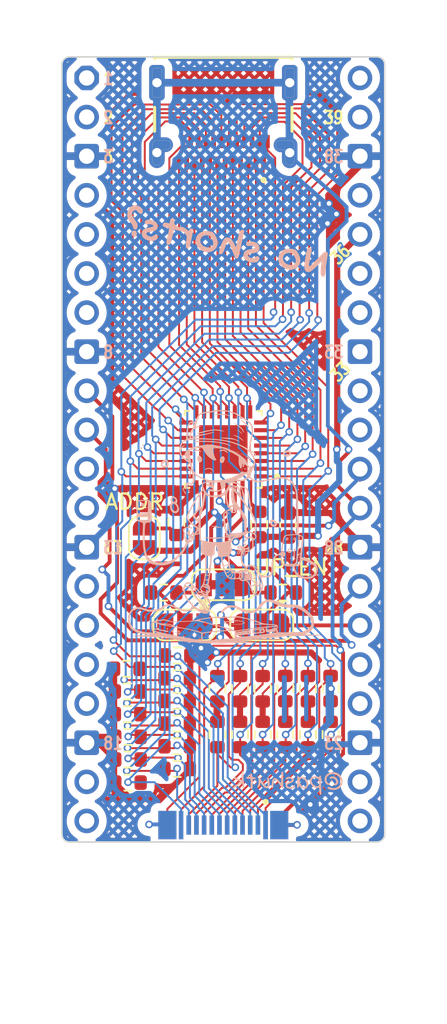
<source format=kicad_pcb>
(kicad_pcb (version 20221018) (generator pcbnew)
  (layers (0 "F.Cu" signal) (31 "B.Cu" signal) (34 "B.Paste" user) (35 "F.Paste" user) (36 "B.SilkS" user "B.Silkscreen") (37 "F.SilkS" user "F.Silkscreen") (38 "B.Mask" user) (39 "F.Mask" user) (44 "Edge.Cuts" user))
  (net 0 "")
  (net 7 "GPIO6")
  (net 8 "GPIO7")
  (net 21 "GPIO20")
  (net 22 "GPIO21")
  (net 23 "SHIELD")
  (net 32 "A1")
  (net 33 "A2")
  (net 34 "A3")
  (net 35 "A4")
  (net 36 "A5")
  (net 37 "A6")
  (net 38 "A7")
  (net 39 "A8")
  (net 40 "A9")
  (net 41 "A10")
  (net 42 "A11")
  (net 43 "A12")
  (net 44 "B1")
  (net 45 "B2")
  (net 46 "B3")
  (net 47 "B4")
  (net 48 "B5")
  (net 49 "B6")
  (net 50 "B7")
  (net 51 "B8")
  (net 52 "B9")
  (net 53 "B10")
  (net 54 "B11")
  (net 55 "B12")
  (net 56 "GND")
  (net 57 "SDA")
  (net 58 "SCL")
  (net 59 "+3V3")
  (net 60 "ADDR")
  (net 62 "RESET")
  (net 63 "Net-(JP6-A)")
  (net 64 "Net-(JP6-B)")
  (net 65 "Net-(U1-~{INT})")
  (footprint "Jumper:SolderJumper-3_P1.3mm_Bridged12_RoundedPad1.0x1.5mm" (layer "F.Cu") (at 48.6317 55.85 180)
    (fp_text reference "JP1" hide)
    (fp_text value "I2C0_I2C1_SDA_JMP_Bridged_12")
  )
  (footprint "Resistor_SMD:R_0603_1608Metric" (layer "F.Cu") (at 47.2186 59.9948 90)
    (fp_text reference "R32" hide)
    (fp_text value "10k")
  )
  (footprint "Resistor_SMD:R_0603_1608Metric" (layer "F.Cu") (at 42.2524 53.7464 180)
    (fp_text reference "R1" hide)
    (fp_text value "4k7")
  )
  (footprint "Resistor_SMD:R_0603_1608Metric" (layer "F.Cu") (at 53.1114 59.9826 90)
    (fp_text reference "R35" hide)
    (fp_text value "10k")
  )
  (footprint "Resistor_SMD:R_0603_1608Metric" (layer "F.Cu") (at 43.1292 62.2554 180)
    (fp_text reference "R44" hide)
    (fp_text value "10k")
  )
  (footprint "Resistor_SMD:R_0603_1608Metric" (layer "F.Cu") (at 50.165 59.9826 90)
    (fp_text reference "R30" hide)
    (fp_text value "10k")
  )
  (footprint "Resistor_SMD:R_0603_1608Metric" (layer "F.Cu") (at 39.9288 64.5922)
    (fp_text reference "R51" hide)
    (fp_text value "10k")
  )
  (footprint "usb-shorts-tester:GCT_USB4080-03-A_REVA1" (layer "F.Cu") (at 46.1317 25.1778 180)
    (fp_text reference "J2" hide)
    (fp_text value "USB4080-03-A_REVA1")
    (fp_line (start -4.62 0.5) (end -4.62 -0.5) (stroke (width 0.01)) (layer "Edge.Cuts"))
    (fp_line (start -4.62 5.35) (end -4.62 3.75) (stroke (width 0.01)) (layer "Edge.Cuts"))
    (fp_line (start -4.47 3.6) (end -4.17 3.6) (stroke (width 0.01)) (layer "Edge.Cuts"))
    (fp_line (start -4.17 5.5) (end -4.47 5.5) (stroke (width 0.01)) (layer "Edge.Cuts"))
    (fp_line (start -4.02 -0.5) (end -4.02 0.18) (stroke (width 0.01)) (layer "Edge.Cuts"))
    (fp_line (start -4.02 3.75) (end -4.02 5.35) (stroke (width 0.01)) (layer "Edge.Cuts"))
    (fp_line (start -4 0.2) (end -3.72 0.2) (stroke (width 0.01)) (layer "Edge.Cuts"))
    (fp_line (start -3.72 0.8) (end -4.32 0.8) (stroke (width 0.01)) (layer "Edge.Cuts"))
    (fp_line (start 3.72 0.8) (end 4.32 0.8) (stroke (width 0.01)) (layer "Edge.Cuts"))
    (fp_line (start 4 0.2) (end 3.72 0.2) (stroke (width 0.01)) (layer "Edge.Cuts"))
    (fp_line (start 4.02 -0.5) (end 4.02 0.19) (stroke (width 0.01)) (layer "Edge.Cuts"))
    (fp_line (start 4.02 5.35) (end 4.02 3.75) (stroke (width 0.01)) (layer "Edge.Cuts"))
    (fp_line (start 4.17 3.6) (end 4.47 3.6) (stroke (width 0.01)) (layer "Edge.Cuts"))
    (fp_line (start 4.47 5.5) (end 4.17 5.5) (stroke (width 0.01)) (layer "Edge.Cuts"))
    (fp_line (start 4.62 0.5) (end 4.62 -0.5) (stroke (width 0.01)) (layer "Edge.Cuts"))
    (fp_line (start 4.62 3.75) (end 4.62 5.35) (stroke (width 0.01)) (layer "Edge.Cuts"))
    (fp_arc (start -4.62 -0.5) (mid -4.532132 -0.712132) (end -4.32 -0.8) (stroke (width 0.01)) (layer "Edge.Cuts"))
    (fp_arc (start -4.62 3.75) (mid -4.576066 3.643934) (end -4.47 3.6) (stroke (width 0.01)) (layer "Edge.Cuts"))
    (fp_arc (start -4.47 5.5) (mid -4.576066 5.456066) (end -4.62 5.35) (stroke (width 0.01)) (layer "Edge.Cuts"))
    (fp_arc (start -4.32 -0.8) (mid -4.107868 -0.712132) (end -4.02 -0.5) (stroke (width 0.01)) (layer "Edge.Cuts"))
    (fp_arc (start -4.32 0.8) (mid -4.532132 0.712132) (end -4.62 0.5) (stroke (width 0.01)) (layer "Edge.Cuts"))
    (fp_arc (start -4.17 3.6) (mid -4.063934 3.643934) (end -4.02 3.75) (stroke (width 0.01)) (layer "Edge.Cuts"))
    (fp_arc (start -4.02 5.35) (mid -4.063934 5.456066) (end -4.17 5.5) (stroke (width 0.01)) (layer "Edge.Cuts"))
    (fp_arc (start -4 0.2) (mid -4.014142 0.194142) (end -4.02 0.18) (stroke (width 0.01)) (layer "Edge.Cuts"))
    (fp_arc (start -3.72 0.2) (mid -3.507868 0.287868) (end -3.42 0.5) (stroke (width 0.01)) (layer "Edge.Cuts"))
    (fp_arc (start -3.42 0.5) (mid -3.507868 0.712132) (end -3.72 0.8) (stroke (width 0.01)) (layer "Edge.Cuts"))
    (fp_arc (start 3.42 0.5) (mid 3.507868 0.287868) (end 3.72 0.2) (stroke (width 0.01)) (layer "Edge.Cuts"))
    (fp_arc (start 3.72 0.8) (mid 3.507868 0.712132) (end 3.42 0.5) (stroke (width 0.01)) (layer "Edge.Cuts"))
    (fp_arc (start 4.02 -0.5) (mid 4.107868 -0.712132) (end 4.32 -0.8) (stroke (width 0.01)) (layer "Edge.Cuts"))
    (fp_arc (start 4.02 0.19) (mid 4.012071 0.199142) (end 4 0.2) (stroke (width 0.01)) (layer "Edge.Cuts"))
    (fp_arc (start 4.02 3.75) (mid 4.063934 3.643934) (end 4.17 3.6) (stroke (width 0.01)) (layer "Edge.Cuts"))
    (fp_arc (start 4.17 5.5) (mid 4.063934 5.456066) (end 4.02 5.35) (stroke (width 0.01)) (layer "Edge.Cuts"))
    (fp_arc (start 4.32 -0.8) (mid 4.532132 -0.712132) (end 4.62 -0.5) (stroke (width 0.01)) (layer "Edge.Cuts"))
    (fp_arc (start 4.47 3.6) (mid 4.576066 3.643934) (end 4.62 3.75) (stroke (width 0.01)) (layer "Edge.Cuts"))
    (fp_arc (start 4.62 0.5) (mid 4.532132 0.712132) (end 4.32 0.8) (stroke (width 0.01)) (layer "Edge.Cuts"))
    (fp_arc (start 4.62 5.35) (mid 4.576066 5.456066) (end 4.47 5.5) (stroke (width 0.01)) (layer "Edge.Cuts"))
  )
  (footprint "Resistor_SMD:R_0603_1608Metric" (layer "F.Cu") (at 51.6382 59.9948 90)
    (fp_text reference "R34" hide)
    (fp_text value "10k")
  )
  (footprint "Resistor_SMD:R_0603_1608Metric" (layer "F.Cu") (at 48.4632 49.3268 90)
    (fp_text reference "R4" hide)
    (fp_text value "10k")
  )
  (footprint "Resistor_SMD:R_0603_1608Metric" (layer "F.Cu") (at 39.9034 61.6458)
    (fp_text reference "R49" hide)
    (fp_text value "10k")
  )
  (footprint "Resistor_SMD:R_0603_1608Metric" (layer "F.Cu") (at 39.9288 66.0908)
    (fp_text reference "R52" hide)
    (fp_text value "10k")
  )
  (footprint "Resistor_SMD:R_0603_1608Metric" (layer "F.Cu") (at 43.1546 57.8358 180)
    (fp_text reference "R41" hide)
    (fp_text value "10k")
  )
  (footprint "Resistor_SMD:R_0603_1608Metric" (layer "F.Cu") (at 45.7454 59.9948 90)
    (fp_text reference "R31" hide)
    (fp_text value "10k")
  )
  (footprint "Resistor_SMD:R_0603_1608Metric" (layer "F.Cu") (at 43.1292 60.7822 180)
    (fp_text reference "R43" hide)
    (fp_text value "10k")
  )
  (footprint "Resistor_SMD:R_0603_1608Metric" (layer "F.Cu") (at 39.8526 58.6994)
    (fp_text reference "R47" hide)
    (fp_text value "10k")
  )
  (footprint "Jumper:SolderJumper-3_P1.3mm_Bridged12_RoundedPad1.0x1.5mm" (layer "F.Cu") (at 43.6317 55.85 180)
    (fp_text reference "JP2" hide)
    (fp_text value "I2C0_I2C1_SCL_JMP_Bridged_12")
  )
  (footprint "Resistor_SMD:R_0603_1608Metric" (layer "F.Cu") (at 43.1292 63.7286 180)
    (fp_text reference "R45" hide)
    (fp_text value "10k")
  )
  (footprint "usb-shorts-tester:QFN50P500X500X60-33N" (layer "F.Cu") (at 46.1317 44.4499 180)
    (fp_text reference "U1" hide)
    (fp_text value "TCA6424ARGJR")
  )
  (footprint "Resistor_SMD:R_0603_1608Metric" (layer "F.Cu") (at 39.9288 63.119)
    (fp_text reference "R50" hide)
    (fp_text value "10k")
  )
  (footprint "Resistor_SMD:R_0603_1608Metric" (layer "F.Cu") (at 48.6918 59.9948 90)
    (fp_text reference "R33" hide)
    (fp_text value "10k")
  )
  (footprint "Resistor_SMD:R_0603_1608Metric" (layer "F.Cu") (at 43.1292 65.2018 180)
    (fp_text reference "R46" hide)
    (fp_text value "10k")
  )
  (footprint "Resistor_SMD:R_0603_1608Metric" (layer "F.Cu") (at 43.1292 59.309 180)
    (fp_text reference "R42" hide)
    (fp_text value "10k")
  )
  (footprint "Resistor_SMD:R_0603_1608Metric" (layer "F.Cu") (at 43.0784 49.1866 90)
    (fp_text reference "R3" hide)
    (fp_text value "10k")
  )
  (footprint "usb-shorts-tester:Pi_Pico_AddOn" (layer "F.Cu") (at 37.2417 20.3199)
    (fp_text reference "A1")
    (fp_text value "RaspberryPi-Pico")
    (fp_line (start -1.61 -0.87) (end -1.61 49.13) (stroke (width 0.1)) (layer "Edge.Cuts"))
    (fp_line (start -1.11 49.63) (end 18.89 49.63) (stroke (width 0.1)) (layer "Edge.Cuts"))
    (fp_line (start 18.89 -1.37) (end -1.11 -1.37) (stroke (width 0.1)) (layer "Edge.Cuts"))
    (fp_line (start 19.39 49.13) (end 19.39 -0.87) (stroke (width 0.1)) (layer "Edge.Cuts"))
    (fp_arc (start -1.61 -0.87) (mid -1.463553 -1.223553) (end -1.11 -1.37) (stroke (width 0.1)) (layer "Edge.Cuts"))
    (fp_arc (start 18.89 -1.37) (mid 19.243553 -1.223553) (end 19.39 -0.87) (stroke (width 0.1)) (layer "Edge.Cuts"))
    (fp_arc (start 19.39 49.13) (mid 19.243553 49.483553) (end 18.89 49.63) (stroke (width 0.1)) (layer "Edge.Cuts"))
  )
  (footprint "Resistor_SMD:R_0603_1608Metric" (layer "F.Cu") (at 48.6918 62.9666 -90)
    (fp_text reference "R37" hide)
    (fp_text value "10k")
  )
  (footprint "Jumper:SolderJumper-2_P1.3mm_Open_RoundedPad1.0x1.5mm" (layer "F.Cu") (at 40.9956 50.1904 90)
    (fp_text reference "JP5" hide)
    (fp_text value "JMP_ADDR")
  )
  (footprint "usb-shorts-tester:HIROSE_CX60-24S-UNIT" (layer "F.Cu") (at 46.1317 68.85)
    (fp_text reference "J1" hide)
    (fp_text value "CX60-24S-UNIT")
  )
  (footprint "Resistor_SMD:R_0603_1608Metric" (layer "F.Cu") (at 50.0248 53.7464)
    (fp_text reference "R2" hide)
    (fp_text value "4k7")
  )
  (footprint "Resistor_SMD:R_0603_1608Metric" (layer "F.Cu") (at 39.9034 60.1726)
    (fp_text reference "R48" hide)
    (fp_text value "10k")
  )
  (footprint "Resistor_SMD:R_0603_1608Metric" (layer "F.Cu") (at 47.2186 62.9666 -90)
    (fp_text reference "R36" hide)
    (fp_text value "10k")
  )
  (footprint "Capacitor_SMD:C_0603_1608Metric" (layer "F.Cu") (at 50.3428 49.3522 -90)
    (fp_text reference "C1" hide)
    (fp_text value "0.1uF")
  )
  (footprint "Resistor_SMD:R_0603_1608Metric" (layer "F.Cu") (at 53.1114 62.9666 -90)
    (fp_text reference "R40" hide)
    (fp_text value "10k")
  )
  (footprint "Resistor_SMD:R_0603_1608Metric" (layer "F.Cu") (at 45.7454 62.9666 -90)
    (fp_text reference "R29" hide)
    (fp_text value "10k")
  )
  (footprint "Resistor_SMD:R_0603_1608Metric" (layer "F.Cu") (at 50.165 62.9666 -90)
    (fp_text reference "R38" hide)
    (fp_text value "10k")
  )
  (footprint "Resistor_SMD:R_0603_1608Metric" (layer "F.Cu") (at 51.6382 62.9666 -90)
    (fp_text reference "R39" hide)
    (fp_text value "10k")
  )
  (footprint "Jumper:SolderJumper-3_P1.3mm_Bridged12_RoundedPad1.0x1.5mm" (layer "F.Cu") (at 46.1317 53.2384)
    (fp_text reference "JP6" hide)
    (fp_text value "I2C_PULLUP_JMP_CLOSED")
  )
  (footprint "LOGO" (layer "B.Cu") (at 45.541713 49.497663 180)
    (fp_text reference "G***" hide)
    (fp_text value "LOGO" hide)
  )
  (footprint "LOGO" (layer "B.Cu") (at 50.183829 66.078604 180)
    (fp_text reference "G***" hide)
    (fp_text value "LOGO" hide)
  )
  (footprint "LOGO" (layer "B.Cu") (at 46.228 31.0896 168)
    (fp_text reference "G***" hide)
    (fp_text value "LOGO" hide)
  )
  (gr_line (start 50.4444 25.1968) (end 50.419 20.6248) (stroke (width 0.5)) (layer "B.Cu"))
  (gr_line (start 41.8084 20.6248) (end 41.8084 25.146) (stroke (width 0.5)) (layer "B.Cu"))
  (gr_line (start 53.3654 27.9146) (end 50.5968 25.5016) (stroke (width 0.25)) (layer "B.Cu"))
  (gr_line (start 50.419 20.6248) (end 41.8084 20.6248) (stroke (width 0.5)) (layer "B.Cu"))
  (gr_arc (start 36.1317 69.949899) (mid 35.776533 69.807058) (end 35.638097 69.450151) (stroke (width 0.1)) (layer "Edge.Cuts"))
  (segment (start 47.565 55.85) (end 47.5696 55.8546) (width 0.25) (layer "F.Cu") (net 7))
  (segment (start 38.9128 42.311) (end 37.2417 40.6399) (width 0.25) (layer "F.Cu") (net 7))
  (segment (start 38.5318 46.7868) (end 38.9128 46.4058) (width 0.25) (layer "F.Cu") (net 7))
  (segment (start 38.9128 46.4058) (end 38.9128 42.311) (width 0.25) (layer "F.Cu") (net 7))
  (segment (start 39.2176 47.955442) (end 38.5318 47.269642) (width 0.25) (layer "F.Cu") (net 7))
  (segment (start 45.578616 56.642) (end 45.368616 56.852) (width 0.25) (layer "F.Cu") (net 7))
  (segment (start 38.5318 47.269642) (end 38.5318 46.7868) (width 0.25) (layer "F.Cu") (net 7))
  (segment (start 46.6298 55.85) (end 47.565 55.85) (width 0.25) (layer "F.Cu") (net 7))
  (segment (start 39.2176 53.1114) (end 39.2176 47.955442) (width 0.25) (layer "F.Cu") (net 7))
  (segment (start 39.9102 56.852) (end 38.1508 55.0926) (width 0.25) (layer "F.Cu") (net 7))
  (segment (start 45.974 55.1942) (end 46.6298 55.85) (width 0.25) (layer "F.Cu") (net 7))
  (segment (start 38.1508 54.1782) (end 39.2176 53.1114) (width 0.25) (layer "F.Cu") (net 7))
  (segment (start 38.1508 55.0926) (end 38.1508 54.1782) (width 0.25) (layer "F.Cu") (net 7))
  (segment (start 45.9232 56.642) (end 45.578616 56.642) (width 0.25) (layer "F.Cu") (net 7))
  (segment (start 45.368616 56.852) (end 39.9102 56.852) (width 0.25) (layer "F.Cu") (net 7))
  (via (at 45.974 55.1942) (size 0.5) (drill 0.3) (layers "F.Cu" "B.Cu") (net 7))
  (via (at 45.9232 56.642) (size 0.5) (drill 0.3) (layers "F.Cu" "B.Cu") (net 7))
  (segment (start 46.0502 55.2704) (end 46.0502 56.515) (width 0.25) (layer "B.Cu") (net 7))
  (segment (start 45.974 55.1942) (end 46.0502 55.2704) (width 0.25) (layer "B.Cu") (net 7))
  (segment (start 46.0502 56.515) (end 45.9232 56.642) (width 0.25) (layer "B.Cu") (net 7))
  (segment (start 41.723 56.261) (end 42.0532 55.9308) (width 0.25) (layer "F.Cu") (net 8))
  (segment (start 37.2417 43.1799) (end 38.481 44.4192) (width 0.25) (layer "F.Cu") (net 8))
  (segment (start 38.735 51.7652) (end 38.2524 52.2478) (width 0.25) (layer "F.Cu") (net 8))
  (segment (start 38.735 48.0822) (end 38.735 51.7652) (width 0.25) (layer "F.Cu") (net 8))
  (segment (start 38.6588 54.6354) (end 40.2844 56.261) (width 0.25) (layer "F.Cu") (net 8))
  (segment (start 40.2844 56.261) (end 41.723 56.261) (width 0.25) (layer "F.Cu") (net 8))
  (segment (start 38.0746 46.5582) (end 38.0746 47.4218) (width 0.25) (layer "F.Cu") (net 8))
  (segment (start 38.0746 47.4218) (end 38.735 48.0822) (width 0.25) (layer "F.Cu") (net 8))
  (segment (start 38.481 44.4192) (end 38.481 46.1518) (width 0.25) (layer "F.Cu") (net 8))
  (segment (start 38.481 46.1518) (end 38.0746 46.5582) (width 0.25) (layer "F.Cu") (net 8))
  (via (at 38.6588 54.6354) (size 0.5) (drill 0.3) (layers "F.Cu" "B.Cu") (net 8))
  (via (at 38.2524 52.2478) (size 0.5) (drill 0.3) (layers "F.Cu" "B.Cu") (net 8))
  (segment (start 38.6588 52.6542) (end 38.2524 52.2478) (width 0.25) (layer "B.Cu") (net 8))
  (segment (start 38.6588 54.6354) (end 38.6588 52.6542) (width 0.25) (layer "B.Cu") (net 8))
  (segment (start 50.1949 55.8799) (end 55.0217 55.8799) (width 0.25) (layer "F.Cu") (net 21))
  (segment (start 50.1696 55.8546) (end 50.1949 55.8799) (width 0.25) (layer "F.Cu") (net 21))
  (segment (start 46.8744 56.882) (end 45.9232 55.9308) (width 0.25) (layer "F.Cu") (net 22))
  (segment (start 54.483 57.15) (end 54.215 56.882) (width 0.25) (layer "F.Cu") (net 22))
  (segment (start 54.215 56.882) (end 46.8744 56.882) (width 0.25) (layer "F.Cu") (net 22))
  (segment (start 45.9232 55.9308) (end 44.6532 55.9308) (width 0.25) (layer "F.Cu") (net 22))
  (via (at 54.483 57.15) (size 0.5) (drill 0.3) (layers "F.Cu" "B.Cu") (net 22))
  (segment (start 54.483 57.15) (end 53.8226 56.4896) (width 0.25) (layer "B.Cu") (net 22))
  (segment (start 53.8226 56.4896) (end 53.8226 54.539) (width 0.25) (layer "B.Cu") (net 22))
  (segment (start 53.8226 54.539) (end 55.0217 53.3399) (width 0.25) (layer "B.Cu") (net 22))
  (segment (start 53.6194 46.8576) (end 53.6194 45.2882) (width 0.25) (layer "F.Cu") (net 23))
  (segment (start 53.7464 57.4802) (end 53.9242 57.658) (width 0.25) (layer "F.Cu") (net 23))
  (segment (start 55.0217 48.2599) (end 53.6194 46.8576) (width 0.25) (layer "F.Cu") (net 23))
  (segment (start 53.4637 57.1975) (end 45.4693 57.1975) (width 0.127) (layer "F.Cu") (net 23))
  (segment (start 42.4503 68.8086) (end 42.4917 68.85) (width 0.25) (layer "F.Cu") (net 23))
  (segment (start 53.7464 57.4802) (end 53.4637 57.1975) (width 0.127) (layer "F.Cu") (net 23))
  (segment (start 41.3004 68.8086) (end 42.4503 68.8086) (width 0.25) (layer "F.Cu") (net 23))
  (segment (start 53.9242 57.658) (end 53.9242 64.2112) (width 0.25) (layer "F.Cu") (net 23))
  (segment (start 53.6194 45.2882) (end 54.2798 44.6278) (width 0.25) (layer "F.Cu") (net 23))
  (segment (start 54.2798 44.6278) (end 54.2798 44.45) (width 0.25) (layer "F.Cu") (net 23))
  (segment (start 44.577 65.7127) (end 42.4917 67.798) (width 0.127) (layer "F.Cu") (net 23))
  (segment (start 42.4917 67.798) (end 42.4917 68.85) (width 0.127) (layer "F.Cu") (net 23))
  (segment (start 50.911 68.85) (end 50.927 68.834) (width 0.25) (layer "F.Cu") (net 23))
  (segment (start 44.577 58.0898) (end 44.577 65.7127) (width 0.127) (layer "F.Cu") (net 23))
  (segment (start 53.9242 64.2112) (end 49.7717 68.3637) (width 0.25) (layer "F.Cu") (net 23))
  (segment (start 49.7717 68.85) (end 50.911 68.85) (width 0.25) (layer "F.Cu") (net 23))
  (segment (start 45.4693 57.1975) (end 44.577 58.0898) (width 0.127) (layer "F.Cu") (net 23))
  (segment (start 49.7717 68.3637) (end 49.7717 68.85) (width 0.25) (layer "F.Cu") (net 23))
  (via (at 53.7464 57.4802) (size 0.5) (drill 0.3) (layers "F.Cu" "B.Cu") (net 23))
  (via (at 50.927 68.834) (size 0.5) (drill 0.3) (layers "F.Cu" "B.Cu") (net 23))
  (via (at 54.2798 44.45) (size 0.5) (drill 0.3) (layers "F.Cu" "B.Cu") (net 23))
  (via (at 41.3004 68.8086) (size 0.5) (drill 0.3) (layers "F.Cu" "B.Cu") (net 23))
  (segment (start 54.2798 44.45) (end 54.2798 44.2722) (width 0.25) (layer "B.Cu") (net 23))
  (segment (start 54.1528 28.702) (end 53.2892 27.8384) (width 0.25) (layer "B.Cu") (net 23))
  (segment (start 49.7877 68.834) (end 49.7717 68.85) (width 0.25) (layer "B.Cu") (net 23))
  (segment (start 52.9336 42.926) (end 52.9336 30.8356) (width 0.25) (layer "B.Cu") (net 23))
  (segment (start 53.7464 57.4802) (end 53.7464 57.123336) (width 0.25) (layer "B.Cu") (net 23))
  (segment (start 50.927 68.834) (end 49.7877 68.834) (width 0.25) (layer "B.Cu") (net 23))
  (segment (start 53.2384 50.2946) (end 55.0217 48.5113) (width 0.25) (layer "B.Cu") (net 23))
  (segment (start 53.2384 56.615336) (end 53.2384 50.2946) (width 0.25) (layer "B.Cu") (net 23))
  (segment (start 54.1528 29.6164) (end 54.1528 28.702) (width 0.25) (layer "B.Cu") (net 23))
  (segment (start 52.9336 30.8356) (end 54.1528 29.6164) (width 0.25) (layer "B.Cu") (net 23))
  (segment (start 54.2798 44.2722) (end 52.9336 42.926) (width 0.25) (layer "B.Cu") (net 23))
  (segment (start 53.7464 57.123336) (end 53.2384 56.615336) (width 0.25) (layer "B.Cu") (net 23))
  (segment (start 42.4503 68.8086) (end 42.4917 68.85) (width 0.25) (layer "B.Cu") (net 23))
  (segment (start 55.0217 48.5113) (end 55.0217 48.2599) (width 0.25) (layer "B.Cu") (net 23))
  (segment (start 41.3004 68.8086) (end 42.4503 68.8086) (width 0.25) (layer "B.Cu") (net 23))
  (segment (start 53.1114 63.934164) (end 52.171764 64.8738) (width 0.127) (layer "F.Cu") (net 32))
  (segment (start 48.8817 67.743328) (end 48.8817 68.85) (width 0.127) (layer "F.Cu") (net 32))
  (segment (start 52.959 40.4368) (end 48.7517 36.2295) (width 0.127) (layer "F.Cu") (net 32))
  (segment (start 48.5667 46.1999) (end 52.6061 46.1999) (width 0.127) (layer "F.Cu") (net 32))
  (segment (start 53.1368 62.9711) (end 53.1368 63.7662) (width 0.127) (layer "F.Cu") (net 32))
  (segment (start 53.1368 63.7662) (end 53.1114 63.7916) (width 0.127) (layer "F.Cu") (net 32))
  (segment (start 52.959 45.847) (end 52.959 40.4368) (width 0.127) (layer "F.Cu") (net 32))
  (segment (start 53.1114 63.7916) (end 53.1114 63.934164) (width 0.127) (layer "F.Cu") (net 32))
  (segment (start 52.6061 46.1999) (end 52.959 45.847) (width 0.127) (layer "F.Cu") (net 32))
  (segment (start 48.7517 36.2295) (end 48.7517 25.8528) (width 0.127) (layer "F.Cu") (net 32))
  (segment (start 52.171764 64.8738) (end 51.751228 64.8738) (width 0.127) (layer "F.Cu") (net 32))
  (segment (start 51.751228 64.8738) (end 48.8817 67.743328) (width 0.127) (layer "F.Cu") (net 32))
  (via (at 52.959 45.847) (size 0.5) (drill 0.3) (layers "F.Cu" "B.Cu") (net 32))
  (via (at 53.1368 62.9711) (size 0.5) (drill 0.3) (layers "F.Cu" "B.Cu") (net 32))
  (segment (start 51.7398 47.0662) (end 51.7398 55.7022) (width 0.127) (layer "B.Cu") (net 32))
  (segment (start 53.213 57.644715) (end 53.8226 58.254315) (width 0.127) (layer "B.Cu") (net 32))
  (segment (start 53.8226 62.2853) (end 53.1368 62.9711) (width 0.127) (layer "B.Cu") (net 32))
  (segment (start 52.959 45.847) (end 51.7398 47.0662) (width 0.127) (layer "B.Cu") (net 32))
  (segment (start 51.7398 55.7022) (end 53.213 57.1754) (width 0.127) (layer "B.Cu") (net 32))
  (segment (start 53.213 57.1754) (end 53.213 57.644715) (width 0.127) (layer "B.Cu") (net 32))
  (segment (start 53.8226 58.254315) (end 53.8226 62.2853) (width 0.127) (layer "B.Cu") (net 32))
  (segment (start 52.3748 59.9694) (end 52.3748 64.2366) (width 0.127) (layer "F.Cu") (net 33))
  (segment (start 48.2517 25.8528) (end 48.2517 36.3899) (width 0.127) (layer "F.Cu") (net 33))
  (segment (start 48.3817 67.809164) (end 48.3817 68.85) (width 0.127) (layer "F.Cu") (net 33))
  (segment (start 48.2517 36.3899) (end 52.451 40.5892) (width 0.127) (layer "F.Cu") (net 33))
  (segment (start 51.624064 64.5668) (end 48.3817 67.809164) (width 0.127) (layer "F.Cu") (net 33))
  (segment (start 52.0901 45.6999) (end 52.451 45.339) (width 0.127) (layer "F.Cu") (net 33))
  (segment (start 53.1114 59.1576) (end 53.1114 59.2328) (width 0.127) (layer "F.Cu") (net 33))
  (segment (start 52.451 40.5892) (end 52.451 45.339) (width 0.127) (layer "F.Cu") (net 33))
  (segment (start 52.0446 64.5668) (end 51.624064 64.5668) (width 0.127) (layer "F.Cu") (net 33))
  (segment (start 48.5667 45.6999) (end 52.0901 45.6999) (width 0.127) (layer "F.Cu") (net 33))
  (segment (start 52.3748 64.2366) (end 52.0446 64.5668) (width 0.127) (layer "F.Cu") (net 33))
  (segment (start 53.1114 58.3692) (end 53.1114 59.1576) (width 0.127) (layer "F.Cu") (net 33))
  (segment (start 53.1114 59.2328) (end 52.3748 59.9694) (width 0.127) (layer "F.Cu") (net 33))
  (via (at 53.1114 58.3692) (size 0.5) (drill 0.3) (layers "F.Cu" "B.Cu") (net 33))
  (via (at 52.451 45.339) (size 0.5) (drill 0.3) (layers "F.Cu" "B.Cu") (net 33))
  (segment (start 51.3334 46.4566) (end 52.451 45.339) (width 0.127) (layer "B.Cu") (net 33))
  (segment (start 52.7304 57.9882) (end 52.7304 57.2516) (width 0.127) (layer "B.Cu") (net 33))
  (segment (start 52.7304 57.2516) (end 51.3334 55.8546) (width 0.127) (layer "B.Cu") (net 33))
  (segment (start 53.1114 58.3692) (end 52.7304 57.9882) (width 0.127) (layer "B.Cu") (net 33))
  (segment (start 51.3334 55.8546) (end 51.3334 46.4566) (width 0.127) (layer "B.Cu") (net 33))
  (segment (start 51.6382 64.1185) (end 47.8817 67.875) (width 0.127) (layer "F.Cu") (net 34))
  (segment (start 51.943 41.021) (end 51.943 44.7548) (width 0.127) (layer "F.Cu") (net 34))
  (segment (start 47.7517 25.8528) (end 47.7517 36.6011) (width 0.127) (layer "F.Cu") (net 34))
  (segment (start 51.6382 62.9711) (end 51.6382 63.7916) (width 0.127) (layer "F.Cu") (net 34))
  (segment (start 47.7517 36.6011) (end 51.943 40.7924) (width 0.127) (layer "F.Cu") (net 34))
  (segment (start 51.4979 45.1999) (end 51.943 44.7548) (width 0.127) (layer "F.Cu") (net 34))
  (segment (start 51.6382 63.7916) (end 51.6382 64.1185) (width 0.127) (layer "F.Cu") (net 34))
  (segment (start 48.5667 45.1999) (end 51.4979 45.1999) (width 0.127) (layer "F.Cu") (net 34))
  (segment (start 47.8817 67.875) (end 47.8817 68.85) (width 0.127) (layer "F.Cu") (net 34))
  (segment (start 51.943 40.7924) (end 51.943 41.021) (width 0.127) (layer "F.Cu") (net 34))
  (via (at 51.943 44.7548) (size 0.5) (drill 0.3) (layers "F.Cu" "B.Cu") (net 34))
  (via (at 51.6382 62.9711) (size 0.5) (drill 0.3) (layers "F.Cu" "B.Cu") (net 34))
  (segment (start 52.2224 62.2554) (end 51.6382 62.8396) (width 0.127) (layer "B.Cu") (net 34))
  (segment (start 50.927 55.9816) (end 52.2224 57.277) (width 0.127) (layer "B.Cu") (net 34))
  (segment (start 51.943 44.7548) (end 50.927 45.7708) (width 0.127) (layer "B.Cu") (net 34))
  (segment (start 52.2224 57.277) (end 52.2224 62.2554) (width 0.127) (layer "B.Cu") (net 34))
  (segment (start 51.6382 62.8396) (end 51.6382 62.9711) (width 0.127) (layer "B.Cu") (net 34))
  (segment (start 50.927 45.7708) (end 50.927 55.9816) (width 0.127) (layer "B.Cu") (net 34))
  (segment (start 48.5667 44.6999) (end 51.0073 44.6999) (width 0.127) (layer "F.Cu") (net 35))
  (segment (start 51.0073 44.6999) (end 51.4604 44.2468) (width 0.127) (layer "F.Cu") (net 35))
  (segment (start 50.9016 60.4266) (end 50.9016 64.409199) (width 0.127) (layer "F.Cu") (net 35))
  (segment (start 50.9016 64.409199) (end 47.3817 67.929099) (width 0.127) (layer "F.Cu") (net 35))
  (segment (start 47.2517 36.8377) (end 51.4604 41.0464) (width 0.127) (layer "F.Cu") (net 35))
  (segment (start 51.6382 59.69) (end 50.9016 60.4266) (width 0.127) (layer "F.Cu") (net 35))
  (segment (start 51.4604 41.0464) (end 51.4604 44.2468) (width 0.127) (layer "F.Cu") (net 35))
  (segment (start 51.6382 58.3438) (end 51.6382 59.1698) (width 0.127) (layer "F.Cu") (net 35))
  (segment (start 51.6382 59.1698) (end 51.6382 59.69) (width 0.127) (layer "F.Cu") (net 35))
  (segment (start 47.2517 25.8528) (end 47.2517 36.8377) (width 0.127) (layer "F.Cu") (net 35))
  (segment (start 47.3817 67.929099) (end 47.3817 68.85) (width 0.127) (layer "F.Cu") (net 35))
  (via (at 51.6382 58.3438) (size 0.5) (drill 0.3) (layers "F.Cu" "B.Cu") (net 35))
  (via (at 51.4604 44.2468) (size 0.5) (drill 0.3) (layers "F.Cu" "B.Cu") (net 35))
  (segment (start 50.5714 56.2356) (end 50.5714 45.1358) (width 0.127) (layer "B.Cu") (net 35))
  (segment (start 51.6382 58.3438) (end 51.6382 57.3024) (width 0.127) (layer "B.Cu") (net 35))
  (segment (start 51.6382 57.3024) (end 50.5714 56.2356) (width 0.127) (layer "B.Cu") (net 35))
  (segment (start 50.5714 45.1358) (end 51.4604 44.2468) (width 0.127) (layer "B.Cu") (net 35))
  (segment (start 50.165 63.7916) (end 50.165 64.711635) (width 0.127) (layer "F.Cu") (net 36))
  (segment (start 46.7517 25.8528) (end 46.7517 37.0743) (width 0.127) (layer "F.Cu") (net 36))
  (segment (start 50.1904 62.9711) (end 50.1904 63.7662) (width 0.127) (layer "F.Cu") (net 36))
  (segment (start 46.8817 67.994935) (end 46.8817 68.85) (width 0.127) (layer "F.Cu") (net 36))
  (segment (start 50.165 64.711635) (end 46.8817 67.994935) (width 0.127) (layer "F.Cu") (net 36))
  (segment (start 50.5421 44.1999) (end 50.9524 43.7896) (width 0.127) (layer "F.Cu") (net 36))
  (segment (start 46.7517 37.0743) (end 50.9524 41.275) (width 0.127) (layer "F.Cu") (net 36))
  (segment (start 50.1904 63.7662) (end 50.165 63.7916) (width 0.127) (layer "F.Cu") (net 36))
  (segment (start 50.9524 41.275) (end 50.9524 43.7896) (width 0.127) (layer "F.Cu") (net 36))
  (segment (start 48.5667 44.1999) (end 50.5421 44.1999) (width 0.127) (layer "F.Cu") (net 36))
  (via (at 50.1904 62.9711) (size 0.5) (drill 0.3) (layers "F.Cu" "B.Cu") (net 36))
  (via (at 50.9524 43.7896) (size 0.5) (drill 0.3) (layers "F.Cu" "B.Cu") (net 36))
  (segment (start 50.1904 62.9711) (end 50.8254 62.3361) (width 0.127) (layer "B.Cu") (net 36))
  (segment (start 50.165 44.577) (end 50.9524 43.7896) (width 0.127) (layer "B.Cu") (net 36))
  (segment (start 50.8254 57.0738) (end 50.165 56.4134) (width 0.127) (layer "B.Cu") (net 36))
  (segment (start 50.8254 62.3361) (end 50.8254 57.0738) (width 0.127) (layer "B.Cu") (net 36))
  (segment (start 50.165 56.4134) (end 50.165 44.577) (width 0.127) (layer "B.Cu") (net 36))
  (segment (start 49.4465 60.4085) (end 49.4465 64.995971) (width 0.127) (layer "F.Cu") (net 37))
  (segment (start 46.2517 25.8528) (end 46.2517 37.2855) (width 0.127) (layer "F.Cu") (net 37))
  (segment (start 50.165 59.1576) (end 50.165 59.69) (width 0.127) (layer "F.Cu") (net 37))
  (segment (start 48.5667 43.6999) (end 50.0261 43.6999) (width 0.127) (layer "F.Cu") (net 37))
  (segment (start 50.0261 43.6999) (end 50.419 43.307) (width 0.127) (layer "F.Cu") (net 37))
  (segment (start 49.4465 64.995971) (end 46.3817 68.060771) (width 0.127) (layer "F.Cu") (net 37))
  (segment (start 50.419 41.4528) (end 50.419 43.307) (width 0.127) (layer "F.Cu") (net 37))
  (segment (start 46.3817 68.060771) (end 46.3817 68.85) (width 0.127) (layer "F.Cu") (net 37))
  (segment (start 46.2517 37.2855) (end 50.419 41.4528) (width 0.127) (layer "F.Cu") (net 37))
  (segment (start 50.165 58.3692) (end 50.165 59.1576) (width 0.127) (layer "F.Cu") (net 37))
  (segment (start 50.165 59.69) (end 49.4465 60.4085) (width 0.127) (layer "F.Cu") (net 37))
  (via (at 50.419 43.307) (size 0.5) (drill 0.3) (layers "F.Cu" "B.Cu") (net 37))
  (via (at 50.165 58.3692) (size 0.5) (drill 0.3) (layers "F.Cu" "B.Cu") (net 37))
  (segment (start 49.8094 56.642) (end 49.8094 43.9166) (width 0.127) (layer "B.Cu") (net 37))
  (segment (start 50.165 56.9976) (end 49.8094 56.642) (width 0.127) (layer "B.Cu") (net 37))
  (segment (start 49.8094 43.9166) (end 50.419 43.307) (width 0.127) (layer "B.Cu") (net 37))
  (segment (start 50.165 58.3692) (end 50.165 56.9976) (width 0.127) (layer "B.Cu") (net 37))
  (segment (start 48.6918 63.7916) (end 48.6918 65.316507) (width 0.127) (layer "F.Cu") (net 38))
  (segment (start 45.7517 25.8528) (end 45.7517 37.4713) (width 0.127) (layer "F.Cu") (net 38))
  (segment (start 45.7517 37.4713) (end 49.8943 41.6139) (width 0.127) (layer "F.Cu") (net 38))
  (segment (start 48.6918 65.316507) (end 45.8724 68.135907) (width 0.127) (layer "F.Cu") (net 38))
  (segment (start 45.8724 68.135907) (end 45.8724 68.199) (width 0.127) (layer "F.Cu") (net 38))
  (segment (start 48.5667 43.1999) (end 49.5609 43.1999) (width 0.127) (layer "F.Cu") (net 38))
  (segment (start 49.8943 42.8665) (end 49.8856 42.8752) (width 0.127) (layer "F.Cu") (net 38))
  (segment (start 49.8943 41.6139) (end 49.8943 42.8665) (width 0.127) (layer "F.Cu") (net 38))
  (segment (start 49.5609 43.1999) (end 49.8856 42.8752) (width 0.127) (layer "F.Cu") (net 38))
  (segment (start 48.6918 62.9711) (end 48.6918 63.7916) (width 0.127) (layer "F.Cu") (net 38))
  (via (at 48.6918 62.9711) (size 0.5) (drill 0.3) (layers "F.Cu" "B.Cu") (net 38))
  (via (at 49.8856 42.8752) (size 0.5) (drill 0.3) (layers "F.Cu" "B.Cu") (net 38))
  (segment (start 49.3776 43.3832) (end 49.3776 62.2853) (width 0.127) (layer "B.Cu") (net 38))
  (segment (start 49.8856 42.8752) (end 49.3776 43.3832) (width 0.127) (layer "B.Cu") (net 38))
  (segment (start 49.3776 62.2853) (end 48.6918 62.9711) (width 0.127) (layer "B.Cu") (net 38))
  (segment (start 48.015201 65.558942) (end 45.3817 68.192443) (width 0.127) (layer "F.Cu") (net 39))
  (segment (start 48.6918 58.3692) (end 48.6918 59.1698) (width 0.127) (layer "F.Cu") (net 39))
  (segment (start 45.2517 37.5555) (end 45.2517 25.8528) (width 0.127) (layer "F.Cu") (net 39))
  (segment (start 47.9552 60.4266) (end 47.9552 64.581457) (width 0.127) (layer "F.Cu") (net 39))
  (segment (start 48.6918 59.1698) (end 48.6918 59.69) (width 0.127) (layer "F.Cu") (net 39))
  (segment (start 45.3817 68.192443) (end 45.3817 68.85) (width 0.127) (layer "F.Cu") (net 39))
  (segment (start 48.6918 59.69) (end 47.9552 60.4266) (width 0.127) (layer "F.Cu") (net 39))
  (segment (start 49.1998 41.5036) (end 45.2517 37.5555) (width 0.127) (layer "F.Cu") (net 39))
  (segment (start 49.1998 42.1132) (end 49.1998 41.5036) (width 0.127) (layer "F.Cu") (net 39))
  (segment (start 48.0152 64.641457) (end 48.015201 65.558942) (width 0.127) (layer "F.Cu") (net 39))
  (segment (start 49.1998 42.1132) (end 48.6131 42.6999) (width 0.127) (layer "F.Cu") (net 39))
  (segment (start 47.9552 64.581457) (end 48.0152 64.641457) (width 0.127) (layer "F.Cu") (net 39))
  (segment (start 48.6131 42.6999) (end 48.5667 42.6999) (width 0.127) (layer "F.Cu") (net 39))
  (via (at 48.6918 58.3692) (size 0.5) (drill 0.3) (layers "F.Cu" "B.Cu") (net 39))
  (via (at 49.1998 42.1132) (size 0.5) (drill 0.3) (layers "F.Cu" "B.Cu") (net 39))
  (segment (start 49.022 42.291) (end 49.1998 42.1132) (width 0.127) (layer "B.Cu") (net 39))
  (segment (start 48.6918 58.3692) (end 49.022 58.039) (width 0.127) (layer "B.Cu") (net 39))
  (segment (start 49.022 58.039) (end 49.022 42.291) (width 0.127) (layer "B.Cu") (net 39))
  (segment (start 47.7082 64.768621) (end 47.7082 65.431779) (width 0.127) (layer "F.Cu") (net 40))
  (segment (start 46.409451 66.730528) (end 46.239172 66.730528) (width 0.127) (layer "F.Cu") (net 40))
  (segment (start 47.239278 64.299699) (end 47.7082 64.768621) (width 0.127) (layer "F.Cu") (net 40))
  (segment (start 47.8817 41.3285) (end 47.8817 42.0149) (width 0.127) (layer "F.Cu") (net 40))
  (segment (start 47.229 62.9711) (end 47.229 63.7812) (width 0.127) (layer "F.Cu") (net 40))
  (segment (start 47.6758 41.1226) (end 47.6758 40.413764) (width 0.127) (layer "F.Cu") (net 40))
  (segment (start 44.7517 37.489664) (end 44.7517 25.8528) (width 0.127) (layer "F.Cu") (net 40))
  (segment (start 47.2186 63.7916) (end 47.2186 64.299699) (width 0.127) (layer "F.Cu") (net 40))
  (segment (start 47.229 63.7812) (end 47.2186 63.7916) (width 0.127) (layer "F.Cu") (net 40))
  (segment (start 47.2186 64.299699) (end 47.239278 64.299699) (width 0.127) (layer "F.Cu") (net 40))
  (segment (start 44.8817 68.088) (end 44.8817 68.85) (width 0.127) (layer "F.Cu") (net 40))
  (segment (start 47.7082 65.431779) (end 46.409451 66.730528) (width 0.127) (layer "F.Cu") (net 40))
  (segment (start 47.6758 40.413764) (end 44.7517 37.489664) (width 0.127) (layer "F.Cu") (net 40))
  (segment (start 47.6758 41.1226) (end 47.8817 41.3285) (width 0.127) (layer "F.Cu") (net 40))
  (segment (start 46.239172 66.730528) (end 44.8817 68.088) (width 0.127) (layer "F.Cu") (net 40))
  (via (at 47.229 62.9711) (size 0.5) (drill 0.3) (layers "F.Cu" "B.Cu") (net 40))
  (via (at 47.6758 41.1226) (size 0.5) (drill 0.3) (layers "F.Cu" "B.Cu") (net 40))
  (segment (start 47.6758 43.1546) (end 48.5416 44.0204) (width 0.127) (layer "B.Cu") (net 40))
  (segment (start 47.6758 41.1226) (end 47.6758 43.1546) (width 0.127) (layer "B.Cu") (net 40))
  (segment (start 48.5416 44.0204) (end 48.5416 57.566315) (width 0.127) (layer "B.Cu") (net 40))
  (segment (start 48.006 62.1941) (end 47.229 62.9711) (width 0.127) (layer "B.Cu") (net 40))
  (segment (start 48.006 58.101915) (end 48.006 62.1941) (width 0.127) (layer "B.Cu") (net 40))
  (segment (start 48.5416 57.566315) (end 48.006 58.101915) (width 0.127) (layer "B.Cu") (net 40))
  (segment (start 47.2186 59.1698) (end 47.2186 59.6138) (width 0.127) (layer "F.Cu") (net 41))
  (segment (start 47.229 58.3692) (end 47.2186 58.3796) (width 0.127) (layer "F.Cu") (net 41))
  (segment (start 46.052401 66.423527) (end 44.3817 68.094228) (width 0.127) (layer "F.Cu") (net 41))
  (segment (start 44.2517 25.8528) (end 44.2517 37.5207) (width 0.127) (layer "F.Cu") (net 41))
  (segment (start 46.703285 64.6067) (end 47.112115 64.6067) (width 0.127) (layer "F.Cu") (net 41))
  (segment (start 47.2186 58.3796) (end 47.2186 59.1698) (width 0.127) (layer "F.Cu") (net 41))
  (segment (start 46.482 60.3504) (end 46.482 64.385415) (width 0.127) (layer "F.Cu") (net 41))
  (segment (start 46.482 64.385415) (end 46.703285 64.6067) (width 0.127) (layer "F.Cu") (net 41))
  (segment (start 47.117 41.3766) (end 47.3817 41.6413) (width 0.127) (layer "F.Cu") (net 41))
  (segment (start 47.2186 59.6138) (end 46.482 60.3504) (width 0.127) (layer "F.Cu") (net 41))
  (segment (start 47.3817 41.6413) (end 47.3817 42.0149) (width 0.127) (layer "F.Cu") (net 41))
  (segment (start 44.3817 68.094228) (end 44.3817 68.85) (width 0.127) (layer "F.Cu") (net 41))
  (segment (start 47.110005 40.741025) (end 47.117 40.74802) (width 0.127) (layer "F.Cu") (net 41))
  (segment (start 46.282288 66.423527) (end 46.052401 66.423527) (width 0.127) (layer "F.Cu") (net 41))
  (segment (start 47.4012 65.304615) (end 46.282288 66.423527) (width 0.127) (layer "F.Cu") (net 41))
  (segment (start 44.2517 37.5207) (end 47.110005 40.379005) (width 0.127) (layer "F.Cu") (net 41))
  (segment (start 47.4012 64.895785) (end 47.4012 65.304615) (width 0.127) (layer "F.Cu") (net 41))
  (segment (start 47.110005 40.379005) (end 47.110005 40.741025) (width 0.127) (layer "F.Cu") (net 41))
  (segment (start 47.117 40.74802) (end 47.117 41.3766) (width 0.127) (layer "F.Cu") (net 41))
  (segment (start 47.112115 64.6067) (end 47.4012 64.895785) (width 0.127) (layer "F.Cu") (net 41))
  (via (at 47.110005 40.741025) (size 0.5) (drill 0.3) (layers "F.Cu" "B.Cu") (net 41))
  (via (at 47.229 58.3692) (size 0.5) (drill 0.3) (layers "F.Cu" "B.Cu") (net 41))
  (segment (start 47.229 58.3692) (end 47.229 57.9778) (width 0.127) (layer "B.Cu") (net 41))
  (segment (start 48.2346 45.4406) (end 47.110005 44.316005) (width 0.127) (layer "B.Cu") (net 41))
  (segment (start 47.110005 44.316005) (end 47.110005 40.741025) (width 0.127) (layer "B.Cu") (net 41))
  (segment (start 48.2346 56.9722) (end 48.2346 45.4406) (width 0.127) (layer "B.Cu") (net 41))
  (segment (start 47.229 57.9778) (end 48.2346 56.9722) (width 0.127) (layer "B.Cu") (net 41))
  (segment (start 46.501027 41.103573) (end 46.501027 40.379627) (width 0.127) (layer "F.Cu") (net 42))
  (segment (start 46.501027 41.103573) (end 46.501027 41.1861) (width 0.127) (layer "F.Cu") (net 42))
  (segment (start 46.609 65.1002) (end 45.7454 64.2366) (width 0.127) (layer "F.Cu") (net 42))
  (segment (start 46.501027 41.1861) (end 46.8817 41.566773) (width 0.127) (layer "F.Cu") (net 42))
  (segment (start 43.7517 37.6303) (end 43.7517 37.3634) (width 0.127) (layer "F.Cu") (net 42))
  (segment (start 46.501027 40.379627) (end 43.7517 37.6303) (width 0.127) (layer "F.Cu") (net 42))
  (segment (start 45.7454 63.7916) (end 45.7454 66.296364) (width 0.127) (layer "F.Cu") (net 42))
  (segment (start 43.8817 68.160064) (end 43.8817 68.85) (width 0.127) (layer "F.Cu") (net 42))
  (segment (start 45.7454 64.2366) (end 45.7454 63.7916) (width 0.127) (layer "F.Cu") (net 42))
  (segment (start 45.7454 66.296364) (end 43.8817 68.160064) (width 0.127) (layer "F.Cu") (net 42))
  (segment (start 43.7517 25.8528) (end 43.7517 37.3634) (width 0.127) (layer "F.Cu") (net 42))
  (segment (start 46.8817 41.566773) (end 46.8817 42.0149) (width 0.127) (layer "F.Cu") (net 42))
  (segment (start 46.9077 65.1002) (end 46.609 65.1002) (width 0.127) (layer "F.Cu") (net 42))
  (via (at 46.501027 41.103573) (size 0.5) (drill 0.3) (layers "F.Cu" "B.Cu") (net 42))
  (via (at 46.9077 65.1002) (size 0.5) (drill 0.3) (layers "F.Cu" "B.Cu") (net 42))
  (segment (start 47.8028 46.5074) (end 46.501027 45.205627) (width 0.127) (layer "B.Cu") (net 42))
  (segment (start 46.9077 65.1002) (end 46.736 64.9285) (width 0.127) (layer "B.Cu") (net 42))
  (segment (start 47.8028 56.771364) (end 47.8028 46.5074) (width 0.127) (layer "B.Cu") (net 42))
  (segment (start 46.501027 45.205627) (end 46.501027 41.103573) (width 0.127) (layer "B.Cu") (net 42))
  (segment (start 46.736 57.838164) (end 47.8028 56.771364) (width 0.127) (layer "B.Cu") (net 42))
  (segment (start 46.736 64.9285) (end 46.736 57.838164) (width 0.127) (layer "B.Cu") (net 42))
  (segment (start 44.884 66.3426) (end 43.3817 67.8449) (width 0.127) (layer "F.Cu") (net 43))
  (segment (start 45.974 40.732497) (end 45.974 41.2496) (width 0.127) (layer "F.Cu") (net 43))
  (segment (start 43.3817 67.8449) (end 43.3817 68.85) (width 0.127) (layer "F.Cu") (net 43))
  (segment (start 46.3817 41.6573) (end 46.3817 42.0149) (width 0.127) (layer "F.Cu") (net 43))
  (segment (start 45.930787 40.342787) (end 45.930787 40.689284) (width 0.127) (layer "F.Cu") (net 43))
  (segment (start 43.2517 25.8528) (end 43.2517 37.6637) (width 0.127) (layer "F.Cu") (net 43))
  (segment (start 45.974 41.2496) (end 46.3817 41.6573) (width 0.127) (layer "F.Cu") (net 43))
  (segment (start 44.884 60.0312) (end 44.884 66.3426) (width 0.127) (layer "F.Cu") (net 43))
  (segment (start 45.7454 59.1698) (end 44.884 60.0312) (width 0.127) (layer "F.Cu") (net 43))
  (segment (start 45.7708 58.3692) (end 45.7708 59.1444) (width 0.127) (layer "F.Cu") (net 43))
  (segment (start 45.7708 59.1444) (end 45.7454 59.1698) (width 0.127) (layer "F.Cu") (net 43))
  (segment (start 43.2517 37.6637) (end 45.930787 40.342787) (width 0.127) (layer "F.Cu") (net 43))
  (segment (start 45.930787 40.689284) (end 45.974 40.732497) (width 0.127) (layer "F.Cu") (net 43))
  (via (at 45.7708 58.3692) (size 0.5) (drill 0.3) (layers "F.Cu" "B.Cu") (net 43))
  (via (at 45.930787 40.689284) (size 0.5) (drill 0.3) (layers "F.Cu" "B.Cu") (net 43))
  (segment (start 45.965827 40.724324) (end 45.930787 40.689284) (width 0.127) (layer "B.Cu") (net 43))
  (segment (start 45.7708 58.3692) (end 45.7708 58.3184) (width 0.127) (layer "B.Cu") (net 43))
  (segment (start 47.4327 47.6613) (end 45.965827 46.194427) (width 0.127) (layer "B.Cu") (net 43))
  (segment (start 47.4327 56.6565) (end 47.4327 47.6613) (width 0.127) (layer "B.Cu") (net 43))
  (segment (start 45.965827 46.194427) (end 45.965827 40.724324) (width 0.127) (layer "B.Cu") (net 43))
  (segment (start 45.7708 58.3184) (end 47.4327 56.6565) (width 0.127) (layer "B.Cu") (net 43))
  (segment (start 45.472327 41.116273) (end 45.472327 41.252317) (width 0.127) (layer "F.Cu") (net 44))
  (segment (start 45.437287 40.509687) (end 45.437287 41.081233) (width 0.127) (layer "F.Cu") (net 44))
  (segment (start 42.6212 25.527) (end 42.6212 37.6936) (width 0.127) (layer "F.Cu") (net 44))
  (segment (start 39.9333 66.0654) (end 40.4236 66.0654) (width 0.127) (layer "F.Cu") (net 44))
  (segment (start 43.5017 24.4528) (end 43.5017 24.6465) (width 0.127) (layer "F.Cu") (net 44))
  (segment (start 45.8817 41.66169) (end 45.8817 42.0149) (width 0.127) (layer "F.Cu") (net 44))
  (segment (start 42.6212 37.6936) (end 45.437287 40.509687) (width 0.127) (layer "F.Cu") (net 44))
  (segment (start 45.437287 41.081233) (end 45.472327 41.116273) (width 0.127) (layer "F.Cu") (net 44))
  (segment (start 45.472327 41.252317) (end 45.8817 41.66169) (width 0.127) (layer "F.Cu") (net 44))
  (segment (start 43.5017 24.6465) (end 42.6212 25.527) (width 0.127) (layer "F.Cu") (net 44))
  (segment (start 40.4236 66.0654) (end 40.7538 66.3956) (width 0.127) (layer "F.Cu") (net 44))
  (via (at 39.9333 66.0654) (size 0.5) (drill 0.3) (layers "F.Cu" "B.Cu") (net 44))
  (via (at 45.472327 41.116273) (size 0.5) (drill 0.3) (layers "F.Cu" "B.Cu") (net 44))
  (segment (start 45.0596 47.1424) (end 45.472327 46.729673) (width 0.127) (layer "B.Cu") (net 44))
  (segment (start 43.3817 67.798) (end 43.3817 68.85) (width 0.127) (layer "B.Cu") (net 44))
  (segment (start 45.0596 53.848) (end 45.0596 47.1424) (width 0.127) (layer "B.Cu") (net 44))
  (segment (start 41.6491 66.0654) (end 43.3817 67.798) (width 0.127) (layer "B.Cu") (net 44))
  (segment (start 42.629115 63.238085) (end 42.629115 56.278485) (width 0.127) (layer "B.Cu") (net 44))
  (segment (start 39.9333 66.0654) (end 41.6491 66.0654) (width 0.127) (layer "B.Cu") (net 44))
  (segment (start 45.472327 46.729673) (end 45.472327 41.116273) (width 0.127) (layer "B.Cu") (net 44))
  (segment (start 39.9333 66.0654) (end 39.9333 65.9339) (width 0.127) (layer "B.Cu") (net 44))
  (segment (start 42.629115 56.278485) (end 45.0596 53.848) (width 0.127) (layer "B.Cu") (net 44))
  (segment (start 39.9333 65.9339) (end 42.629115 63.238085) (width 0.127) (layer "B.Cu") (net 44))
  (segment (start 43.1247 65.1764) (end 42.9723 65.3288) (width 0.127) (layer "F.Cu") (net 45))
  (segment (start 41.021 24.474762) (end 41.021 26.5906) (width 0.127) (layer "F.Cu") (net 45))
  (segment (start 45.3817 41.648608) (end 45.3817 42.0149) (width 0.127) (layer "F.Cu") (net 45))
  (segment (start 42.356362 23.1394) (end 41.021 24.474762) (width 0.127) (layer "F.Cu") (net 45))
  (segment (start 41.021 26.5906) (end 41.91 27.4796) (width 0.127) (layer "F.Cu") (net 45))
  (segment (start 39.8526 65.3288) (end 39.846896 65.323096) (width 0.127) (layer "F.Cu") (net 45))
  (segment (start 44.875002 41.14191) (end 45.3817 41.648608) (width 0.127) (layer "F.Cu") (net 45))
  (segment (start 41.91 27.4796) (end 41.91 37.781696) (width 0.127) (layer "F.Cu") (net 45))
  (segment (start 44.0017 24.4528) (end 44.0017 23.7325) (width 0.127) (layer "F.Cu") (net 45))
  (segment (start 44.0017 23.7325) (end 43.4086 23.1394) (width 0.127) (layer "F.Cu") (net 45))
  (segment (start 42.9723 65.3288) (end 39.8526 65.3288) (width 0.127) (layer "F.Cu") (net 45))
  (segment (start 43.4086 23.1394) (end 42.356362 23.1394) (width 0.127) (layer "F.Cu") (net 45))
  (segment (start 44.875002 40.746698) (end 44.875002 41.14191) (width 0.127) (layer "F.Cu") (net 45))
  (segment (start 41.91 37.781696) (end 44.875002 40.746698) (width 0.127) (layer "F.Cu") (net 45))
  (via (at 39.846896 65.323096) (size 0.5) (drill 0.3) (layers "F.Cu" "B.Cu") (net 45))
  (via (at 43.1247 65.1764) (size 0.5) (drill 0.3) (layers "F.Cu" "B.Cu") (net 45))
  (via (at 44.875002 40.746698) (size 0.5) (drill 0.3) (layers "F.Cu" "B.Cu") (net 45))
  (segment (start 44.6024 53.4924) (end 44.6024 46.8884) (width 0.127) (layer "B.Cu") (net 45))
  (segment (start 39.846896 65.323096) (end 42.322115 62.847877) (width 0.127) (layer "B.Cu") (net 45))
  (segment (start 44.875002 46.615798) (end 44.875002 40.746698) (width 0.127) (layer "B.Cu") (net 45))
  (segment (start 43.8817 67.863836) (end 43.8817 68.85) (width 0.127) (layer "B.Cu") (net 45))
  (segment (start 44.6024 46.8884) (end 44.875002 46.615798) (width 0.127) (layer "B.Cu") (net 45))
  (segment (start 43.1292 65.1809) (end 43.1292 67.111336) (width 0.127) (layer "B.Cu") (net 45))
  (segment (start 42.322115 62.847877) (end 42.322115 55.772685) (width 0.127) (layer "B.Cu") (net 45))
  (segment (start 43.1292 67.111336) (end 43.8817 67.863836) (width 0.127) (layer "B.Cu") (net 45))
  (segment (start 42.322115 55.772685) (end 44.6024 53.4924) (width 0.127) (layer "B.Cu") (net 45))
  (segment (start 43.1247 65.1764) (end 43.1292 65.1809) (width 0.127) (layer "B.Cu") (net 45))
  (segment (start 41.9354 22.8854) (end 40.5892 24.2316) (width 0.127) (layer "F.Cu") (net 46))
  (segment (start 43.1546 64.4652) (end 40.8808 64.4652) (width 0.127) (layer "F.Cu") (net 46))
  (segment (start 44.5017 23.6229) (end 43.7642 22.8854) (width 0.127) (layer "F.Cu") (net 46))
  (segment (start 41.275 38.060523) (end 44.306299 41.091822) (width 0.127) (layer "F.Cu") (net 46))
  (segment (start 44.306299 41.091822) (end 44.306299 41.109836) (width 0.127) (layer "F.Cu") (net 46))
  (segment (start 44.8817 41.685237) (end 44.8817 42.0149) (width 0.127) (layer "F.Cu") (net 46))
  (segment (start 40.5892 24.2316) (end 40.5892 27.0002) (width 0.127) (layer "F.Cu") (net 46))
  (segment (start 43.18 64.4906) (end 43.1546 64.4652) (width 0.127) (layer "F.Cu") (net 46))
  (segment (start 44.306299 41.109836) (end 44.8817 41.685237) (width 0.127) (layer "F.Cu") (net 46))
  (segment (start 44.5017 24.4528) (end 44.5017 23.6229) (width 0.127) (layer "F.Cu") (net 46))
  (segment (start 39.93666 64.522132) (end 40.683732 64.522132) (width 0.127) (layer "F.Cu") (net 46))
  (segment (start 40.683732 64.522132) (end 40.7538 64.5922) (width 0.127) (layer "F.Cu") (net 46))
  (segment (start 41.275 27.686) (end 41.275 38.060523) (width 0.127) (layer "F.Cu") (net 46))
  (segment (start 40.8808 64.4652) (end 40.7538 64.5922) (width 0.127) (layer "F.Cu") (net 46))
  (segment (start 40.5892 27.0002) (end 41.275 27.686) (width 0.127) (layer "F.Cu") (net 46))
  (segment (start 43.7642 22.8854) (end 41.9354 22.8854) (width 0.127) (layer "F.Cu") (net 46))
  (via (at 43.18 64.4906) (size 0.5) (drill 0.3) (layers "F.Cu" "B.Cu") (net 46))
  (via (at 44.306299 41.091822) (size 0.5) (drill 0.3) (layers "F.Cu" "B.Cu") (net 46))
  (via (at 39.93666 64.522132) (size 0.5) (drill 0.3) (layers "F.Cu" "B.Cu") (net 46))
  (segment (start 43.6517 64.9623) (end 43.6517 67.199672) (width 0.127) (layer "B.Cu") (net 46))
  (segment (start 44.188701 67.736673) (end 44.188701 67.981501) (width 0.127) (layer "B.Cu") (net 46))
  (segment (start 39.93666 64.522132) (end 42.015115 62.443677) (width 0.127) (layer "B.Cu") (net 46))
  (segment (start 42.015115 55.608905) (end 42.514796 55.109224) (width 0.127) (layer "B.Cu") (net 46))
  (segment (start 43.18 64.4906) (end 43.6517 64.9623) (width 0.127) (layer "B.Cu") (net 46))
  (segment (start 44.2468 41.151321) (end 44.306299 41.091822) (width 0.127) (layer "B.Cu") (net 46))
  (segment (start 43.6517 67.199672) (end 44.188701 67.736673) (width 0.127) (layer "B.Cu") (net 46))
  (segment (start 42.514796 55.109224) (end 42.514796 54.741804) (width 0.127) (layer "B.Cu") (net 46))
  (segment (start 44.3817 68.1745) (end 44.3817 68.85) (width 0.127) (layer "B.Cu") (net 46))
  (segment (start 44.188701 67.981501) (end 44.3817 68.1745) (width 0.127) (layer "B.Cu") (net 46))
  (segment (start 44.2468 53.0098) (end 44.2468 41.151321) (width 0.127) (layer "B.Cu") (net 46))
  (segment (start 42.514796 54.741804) (end 44.2468 53.0098) (width 0.127) (layer "B.Cu") (net 46))
  (segment (start 42.015115 62.443677) (end 42.015115 55.608905) (width 0.127) (layer "B.Cu") (net 46))
  (segment (start 39.90852 63.8556) (end 39.896724 63.843804) (width 0.127) (layer "F.Cu") (net 47))
  (segment (start 44.2214 22.606) (end 41.4782 22.606) (width 0.127) (layer "F.Cu") (net 47))
  (segment (start 40.1828 27.4574) (end 40.7924 28.067) (width 0.127) (layer "F.Cu") (net 47))
  (segment (start 43.5656 41.1988) (end 44.3817 42.0149) (width 0.127) (layer "F.Cu") (net 47))
  (segment (start 42.940549 63.8556) (end 39.90852 63.8556) (width 0.127) (layer "F.Cu") (net 47))
  (segment (start 43.124662 63.671487) (end 42.940549 63.8556) (width 0.127) (layer "F.Cu") (net 47))
  (segment (start 45.0017 23.3863) (end 44.2214 22.606) (width 0.127) (layer "F.Cu") (net 47))
  (segment (start 45.0017 24.4528) (end 45.0017 23.3863) (width 0.127) (layer "F.Cu") (net 47))
  (segment (start 40.1828 23.9014) (end 40.1828 27.4574) (width 0.127) (layer "F.Cu") (net 47))
  (segment (start 40.7924 28.067) (end 40.7924 38.4302) (width 0.127) (layer "F.Cu") (net 47))
  (segment (start 43.561 41.1988) (end 43.5656 41.1988) (width 0.127) (layer "F.Cu") (net 47))
  (segment (start 41.4782 22.606) (end 40.1828 23.9014) (width 0.127) (layer "F.Cu") (net 47))
  (segment (start 40.7924 38.4302) (end 43.561 41.1988) (width 0.127) (layer "F.Cu") (net 47))
  (via (at 39.896724 63.843804) (size 0.5) (drill 0.3) (layers "F.Cu" "B.Cu") (net 47))
  (via (at 43.561 41.1988) (size 0.5) (drill 0.3) (layers "F.Cu" "B.Cu") (net 47))
  (via (at 43.124662 63.671487) (size 0.5) (drill 0.3) (layers "F.Cu" "B.Cu") (net 47))
  (segment (start 43.9587 64.306857) (end 43.9587 67.072508) (width 0.127) (layer "B.Cu") (net 47))
  (segment (start 44.495702 67.702002) (end 44.8817 68.088) (width 0.127) (layer "B.Cu") (net 47))
  (segment (start 42.207796 54.98206) (end 42.207796 54.159804) (width 0.127) (layer "B.Cu") (net 47))
  (segment (start 43.124662 63.671487) (end 43.32333 63.671487) (width 0.127) (layer "B.Cu") (net 47))
  (segment (start 40.147398 63.593836) (end 41.708115 62.033119) (width 0.127) (layer "B.Cu") (net 47))
  (segment (start 43.32333 63.671487) (end 43.9587 64.306857) (width 0.127) (layer "B.Cu") (net 47))
  (segment (start 39.896724 63.843804) (end 39.896724 63.593836) (width 0.127) (layer "B.Cu") (net 47))
  (segment (start 39.896724 63.593836) (end 40.147398 63.593836) (width 0.127) (layer "B.Cu") (net 47))
  (segment (start 44.8817 68.088) (end 44.8817 68.85) (width 0.127) (layer "B.Cu") (net 47))
  (segment (start 43.7896 52.578) (end 43.7896 41.4274) (width 0.127) (layer "B.Cu") (net 47))
  (segment (start 43.7896 41.4274) (end 43.561 41.1988) (width 0.127) (layer "B.Cu") (net 47))
  (segment (start 43.9587 67.072508) (end 44.495702 67.60951) (width 0.127) (layer "B.Cu") (net 47))
  (segment (start 42.207796 54.159804) (end 43.7896 52.578) (width 0.127) (layer "B.Cu") (net 47))
  (segment (start 44.495702 67.60951) (end 44.495702 67.702002) (width 0.127) (layer "B.Cu") (net 47))
  (segment (start 41.708115 62.033119) (end 41.708115 55.481741) (width 0.127) (layer "B.Cu") (net 47))
  (segment (start 41.708115 55.481741) (end 42.207796 54.98206) (width 0.127) (layer "B.Cu") (net 47))
  (segment (start 43.0276 41.8338) (end 42.8752 41.8338) (width 0.127) (layer "F.Cu") (net 48))
  (segment (start 41.0464 22.352) (end 39.5732 23.8252) (width 0.127) (layer "F.Cu") (net 48))
  (segment (start 43.0276 41.8338) (end 43.0276 42.0308) (width 0.127) (layer "F.Cu") (net 48))
  (segment (start 42.8752 41.8338) (end 40.2336 39.1922) (width 0.127) (layer "F.Cu") (net 48))
  (segment (start 45.5017 23.1751) (end 44.6786 22.352) (width 0.127) (layer "F.Cu") (net 48))
  (segment (start 40.051319 62.992) (end 39.942983 63.100336) (width 0.127) (layer "F.Cu") (net 48))
  (segment (start 45.5017 24.4528) (end 45.5017 23.1751) (width 0.127) (layer "F.Cu") (net 48))
  (segment (start 40.2336 28.702) (end 40.0431 28.5115) (width 0.127) (layer "F.Cu") (net 48))
  (segment (start 43.1292 62.992) (end 40.051319 62.992) (width 0.127) (layer "F.Cu") (net 48))
  (segment (start 40.2336 39.1922) (end 40.2336 28.702) (width 0.127) (layer "F.Cu") (net 48))
  (segment (start 39.5732 28.0416) (end 40.0431 28.5115) (width 0.127) (layer "F.Cu") (net 48))
  (segment (start 43.0276 42.0308) (end 43.6967 42.6999) (width 0.127) (layer "F.Cu") (net 48))
  (segment (start 39.5732 23.8252) (end 39.5732 28.0416) (width 0.127) (layer "F.Cu") (net 48))
  (segment (start 44.6786 22.352) (end 41.0464 22.352) (width 0.127) (layer "F.Cu") (net 48))
  (via (at 39.942983 63.100336) (size 0.5) (drill 0.3) (layers "F.Cu" "B.Cu") (net 48))
  (via (at 43.1292 62.992) (size 0.5) (drill 0.3) (layers "F.Cu" "B.Cu") (net 48))
  (via (at 43.0276 41.8338) (size 0.5) (drill 0.3) (layers "F.Cu" "B.Cu") (net 48))
  (segment (start 44.802703 67.574839) (end 45.3817 68.153836) (width 0.127) (layer "B.Cu") (net 48))
  (segment (start 44.2657 64.0523) (end 44.2657 66.945344) (width 0.127) (layer "B.Cu") (net 48))
  (segment (start 43.2054 62.992) (end 44.2657 64.0523) (width 0.127) (layer "B.Cu") (net 48))
  (segment (start 41.900796 53.679404) (end 43.3578 52.2224) (width 0.127) (layer "B.Cu") (net 48))
  (segment (start 41.401115 55.354577) (end 41.900796 54.854896) (width 0.127) (layer "B.Cu") (net 48))
  (segment (start 43.1292 62.992) (end 43.2054 62.992) (width 0.127) (layer "B.Cu") (net 48))
  (segment (start 45.3817 68.153836) (end 45.3817 68.85) (width 0.127) (layer "B.Cu") (net 48))
  (segment (start 41.401115 61.642204) (end 41.401115 55.354577) (width 0.127) (layer "B.Cu") (net 48))
  (segment (start 43.3578 52.2224) (end 43.3578 42.164) (width 0.127) (layer "B.Cu") (net 48))
  (segment (start 41.900796 54.854896) (end 41.900796 53.679404) (width 0.127) (layer "B.Cu") (net 48))
  (segment (start 44.802703 67.482347) (end 44.802703 67.574839) (width 0.127) (layer "B.Cu") (net 48))
  (segment (start 39.942983 63.100336) (end 41.401115 61.642204) (width 0.127) (layer "B.Cu") (net 48))
  (segment (start 44.2657 66.945344) (end 44.802703 67.482347) (width 0.127) (layer "B.Cu") (net 48))
  (segment (start 43.3578 42.164) (end 43.0276 41.8338) (width 0.127) (layer "B.Cu") (net 48))
  (segment (start 39.5986 39.6748) (end 39.5986 29.0576) (width 0.127) (layer "F.Cu") (net 49))
  (segment (start 42.9469 62.3824) (end 39.930167 62.3824) (width 0.127) (layer "F.Cu") (net 49))
  (segment (start 43.1745 43.1999) (end 43.6967 43.1999) (width 0.127) (layer "F.Cu") (net 49))
  (segment (start 38.862 23.5204) (end 40.3374 22.045) (width 0.127) (layer "F.Cu") (net 49))
  (segment (start 42.545 42.5704) (end 43.1745 43.1999) (width 0.127) (layer "F.Cu") (net 49))
  (segment (start 39.5986 29.0576) (end 38.862 28.321) (width 0.127) (layer "F.Cu") (net 49))
  (segment (start 41.783 41.8084) (end 41.7322 41.8084) (width 0.127) (layer "F.Cu") (net 49))
  (segment (start 41.7322 41.8084) (end 39.5986 39.6748) (width 0.127) (layer "F.Cu") (net 49))
  (segment (start 42.545 42.5704) (end 41.783 41.8084) (width 0.127) (layer "F.Cu") (net 49))
  (segment (start 46.0017 22.7607) (end 46.0017 24.4528) (width 0.127) (layer "F.Cu") (net 49))
  (segment (start 45.286 22.045) (end 46.0017 22.7607) (width 0.127) (layer "F.Cu") (net 49))
  (segment (start 40.3374 22.045) (end 45.286 22.045) (width 0.127) (layer "F.Cu") (net 49))
  (segment (start 43.1247 62.2046) (end 42.9469 62.3824) (width 0.127) (layer "F.Cu") (net 49))
  (segment (start 38.862 28.321) (end 38.862 23.5204) (width 0.127) (layer "F.Cu") (net 49))
  (segment (start 39.930167 62.3824) (end 39.904767 62.4078) (width 0.127) (layer "F.Cu") (net 49))
  (via (at 39.904767 62.4078) (size 0.5) (drill 0.3) (layers "F.Cu" "B.Cu") (net 49))
  (via (at 43.1247 62.2046) (size 0.5) (drill 0.3) (layers "F.Cu" "B.Cu") (net 49))
  (via (at 42.545 42.5704) (size 0.5) (drill 0.3) (layers "F.Cu" "B.Cu") (net 49))
  (segment (start 41.094115 61.218452) (end 41.094115 55.227413) (width 0.127) (layer "B.Cu") (net 49))
  (segment (start 39.904767 62.4078) (end 41.094115 61.218452) (width 0.127) (layer "B.Cu") (net 49))
  (segment (start 43.1292 62.2046) (end 44.5727 63.6481) (width 0.127) (layer "B.Cu") (net 49))
  (segment (start 43.1247 62.2046) (end 43.1292 62.2046) (width 0.127) (layer "B.Cu") (net 49))
  (segment (start 42.8752 51.8922) (end 42.8752 42.9006) (width 0.127) (layer "B.Cu") (net 49))
  (segment (start 42.8752 42.9006) (end 42.545 42.5704) (width 0.127) (layer "B.Cu") (net 49))
  (segment (start 45.8817 68.12718) (end 45.8817 68.85) (width 0.127) (layer "B.Cu") (net 49))
  (segment (start 41.094115 55.227413) (end 41.593797 54.727731) (width 0.127) (layer "B.Cu") (net 49))
  (segment (start 41.593796 53.173604) (end 42.8752 51.8922) (width 0.127) (layer "B.Cu") (net 49))
  (segment (start 41.593797 54.727731) (end 41.593796 53.173604) (width 0.127) (layer "B.Cu") (net 49))
  (segment (start 44.5727 63.6481) (end 44.5727 66.81818) (width 0.127) (layer "B.Cu") (net 49))
  (segment (start 44.5727 66.81818) (end 45.8817 68.12718) (width 0.127) (layer "B.Cu") (net 49))
  (segment (start 52.2478 35.9918) (end 52.2478 27.9146) (width 0.127) (layer "F.Cu") (net 50))
  (segment (start 42.2148 43.1546) (end 42.7601 43.6999) (width 0.127) (layer "F.Cu") (net 50))
  (segment (start 52.0192 22.0218) (end 47.1678 22.0218) (width 0.127) (layer "F.Cu") (net 50))
  (segment (start 47.1678 22.0218) (end 46.5017 22.6879) (width 0.127) (layer "F.Cu") (net 50))
  (segment (start 43.145442 61.474187) (end 43.100829 61.5188) (width 0.127) (layer "F.Cu") (net 50))
  (segment (start 53.5432 23.5458) (end 52.0192 22.0218) (width 0.127) (layer "F.Cu") (net 50))
  (segment (start 52.2986 36.0426) (end 52.2478 35.9918) (width 0.127) (layer "F.Cu") (net 50))
  (segment (start 43.100829 61.5188) (end 40.0349 61.5188) (width 0.127) (layer "F.Cu") (net 50))
  (segment (start 53.5432 26.6192) (end 53.5432 23.5458) (width 0.127) (layer "F.Cu") (net 50))
  (segment (start 52.2478 27.9146) (end 53.5432 26.6192) (width 0.127) (layer "F.Cu") (net 50))
  (segment (start 46.5017 22.6879) (end 46.5017 24.4528) (width 0.127) (layer "F.Cu") (net 50))
  (segment (start 42.7601 43.6999) (end 43.6967 43.6999) (width 0.127) (layer "F.Cu") (net 50))
  (segment (start 40.0349 61.5188) (end 39.9079 61.6458) (width 0.127) (layer "F.Cu") (net 50))
  (via (at 42.2148 43.1546) (size 0.5) (drill 0.3) (layers "F.Cu" "B.Cu") (net 50))
  (via (at 39.9079 61.6458) (size 0.5) (drill 0.3) (layers "F.Cu" "B.Cu") (net 50))
  (via (at 52.2986 36.0426) (size 0.5) (drill 0.3) (layers "F.Cu" "B.Cu") (net 50))
  (via (at 43.145442 61.474187) (size 0.5) (drill 0.3) (layers "F.Cu" "B.Cu") (net 50))
  (segment (start 44.8797 63.1931) (end 44.8797 66.586) (width 0.127) (layer "B.Cu") (net 50))
  (segment (start 43.145442 61.474187) (end 43.160787 61.474187) (width 0.127) (layer "B.Cu") (net 50))
  (segment (start 41.286797 54.600567) (end 41.286797 52.617003) (width 0.127) (layer "B.Cu") (net 50))
  (segment (start 44.8797 66.586) (end 46.3817 68.088) (width 0.127) (layer "B.Cu") (net 50))
  (segment (start 40.787115 60.766585) (end 40.787115 55.100249) (width 0.127) (layer "B.Cu") (net 50))
  (segment (start 42.4434 51.4604) (end 42.4434 43.3832) (width 0.127) (layer "B.Cu") (net 50))
  (segment (start 41.9862 41.82645) (end 41.9862 42.926) (width 0.127) (layer "B.Cu") (net 50))
  (segment (start 45.63645 38.1762) (end 41.9862 41.82645) (width 0.127) (layer "B.Cu") (net 50))
  (segment (start 52.2986 36.2966) (end 50.419 38.1762) (width 0.127) (layer "B.Cu") (net 50))
  (segment (start 40.787115 55.100249) (end 41.286797 54.600567) (width 0.127) (layer "B.Cu") (net 50))
  (segment (start 41.9862 42.926) (end 42.2148 43.1546) (width 0.127) (layer "B.Cu") (net 50))
  (segment (start 42.4434 43.3832) (end 42.2148 43.1546) (width 0.127) (layer "B.Cu") (net 50))
  (segment (start 46.3817 68.088) (end 46.3817 68.85) (width 0.127) (layer "B.Cu") (net 50))
  (segment (start 41.286797 52.617003) (end 42.4434 51.4604) (width 0.127) (layer "B.Cu") (net 50))
  (segment (start 50.419 38.1762) (end 45.63645 38.1762) (width 0.127) (layer "B.Cu") (net 50))
  (segment (start 52.2986 36.0426) (end 52.2986 36.2966) (width 0.127) (layer "B.Cu") (net 50))
  (segment (start 43.160787 61.474187) (end 44.8797 63.1931) (width 0.127) (layer "B.Cu") (net 50))
  (segment (start 39.9079 61.6458) (end 40.787115 60.766585) (width 0.127) (layer "B.Cu") (net 50))
  (segment (start 47.6758 22.3012) (end 47.0017 22.9753) (width 0.127) (layer "F.Cu") (net 51))
  (segment (start 53.0098 24.0538) (end 51.2572 22.3012) (width 0.127) (layer "F.Cu") (net 51))
  (segment (start 42.99719 60.8911) (end 39.8961 60.8911) (width 0.127) (layer "F.Cu") (net 51))
  (segment (start 39.8961 60.8911) (end 39.8526 60.9346) (width 0.127) (layer "F.Cu") (net 51))
  (segment (start 51.2572 22.3012) (end 47.6758 22.3012) (width 0.127) (layer "F.Cu") (net 51))
  (segment (start 43.1247 60.76359) (end 42.99719 60.8911) (width 0.127) (layer "F.Cu") (net 51))
  (segment (start 53.0098 26.3144) (end 53.0098 24.0538) (width 0.127) (layer "F.Cu") (net 51))
  (segment (start 41.73368 43.796819) (end 42.136761 44.1999) (width 0.127) (layer "F.Cu") (net 51))
  (segment (start 47.0017 22.9753) (end 47.0017 24.4528) (width 0.127) (layer "F.Cu") (net 51))
  (segment (start 51.7144 35.5854) (end 51.7144 27.6098) (width 0.127) (layer "F.Cu") (net 51))
  (segment (start 42.136761 44.1999) (end 43.6967 44.1999) (width 0.127) (layer "F.Cu") (net 51))
  (segment (start 51.7144 27.6098) (end 53.0098 26.3144) (width 0.127) (layer "F.Cu") (net 51))
  (via (at 43.1247 60.76359) (size 0.5) (drill 0.3) (layers "F.Cu" "B.Cu") (net 51))
  (via (at 41.73368 43.796819) (size 0.5) (drill 0.3) (layers "F.Cu" "B.Cu") (net 51))
  (via (at 51.7144 35.5854) (size 0.5) (drill 0.3) (layers "F.Cu" "B.Cu") (net 51))
  (via (at 39.8526 60.9346) (size 0.5) (drill 0.3) (layers "F.Cu" "B.Cu") (net 51))
  (segment (start 40.9746 54.4786) (end 40.9746 52.0402) (width 0.127) (layer "B.Cu") (net 51))
  (segment (start 41.73368 51.28112) (end 41.73368 43.796819) (width 0.127) (layer "B.Cu") (net 51))
  (segment (start 50.1396 37.7444) (end 45.4406 37.7444) (width 0.127) (layer "B.Cu") (net 51))
  (segment (start 43.1247 60.76359) (end 43.13599 60.76359) (width 0.127) (layer "B.Cu") (net 51))
  (segment (start 40.480115 60.3237) (end 40.480115 54.973085) (width 0.127) (layer "B.Cu") (net 51))
  (segment (start 41.5036 43.566739) (end 41.73368 43.796819) (width 0.127) (layer "B.Cu") (net 51))
  (segment (start 39.8526 60.9346) (end 39.869215 60.9346) (width 0.127) (layer "B.Cu") (net 51))
  (segment (start 39.869215 60.9346) (end 40.480115 60.3237) (width 0.127) (layer "B.Cu") (net 51))
  (segment (start 46.8817 68.153836) (end 46.8817 68.85) (width 0.127) (layer "B.Cu") (net 51))
  (segment (start 40.480115 54.973085) (end 40.9746 54.4786) (width 0.127) (layer "B.Cu") (net 51))
  (segment (start 41.5036 41.6814) (end 41.5036 43.566739) (width 0.127) (layer "B.Cu") (net 51))
  (segment (start 51.7144 36.1696) (end 50.1396 37.7444) (width 0.127) (layer "B.Cu") (net 51))
  (segment (start 40.9746 52.0402) (end 41.73368 51.28112) (width 0.127) (layer "B.Cu") (net 51))
  (segment (start 43.13599 60.76359) (end 45.1867 62.8143) (width 0.127) (layer "B.Cu") (net 51))
  (segment (start 45.1867 62.8143) (end 45.1867 66.458836) (width 0.127) (layer "B.Cu") (net 51))
  (segment (start 51.7144 35.5854) (end 51.7144 36.1696) (width 0.127) (layer "B.Cu") (net 51))
  (segment (start 45.1867 66.458836) (end 46.8817 68.153836) (width 0.127) (layer "B.Cu") (net 51))
  (segment (start 45.4406 37.7444) (end 41.5036 41.6814) (width 0.127) (layer "B.Cu") (net 51))
  (segment (start 52.4256 26.1874) (end 52.4256 24.2062) (width 0.127) (layer "F.Cu") (net 52))
  (segment (start 48.133 22.606) (end 47.5017 23.2373) (width 0.127) (layer "F.Cu") (net 52))
  (segment (start 43.122115 60.084094) (end 43.083621 60.0456) (width 0.127) (layer "F.Cu") (net 52))
  (segment (start 43.083621 60.0456) (end 40.0603 60.0456) (width 0.127) (layer "F.Cu") (net 52))
  (segment (start 41.1988 44.2976) (end 41.6011 44.6999) (width 0.127) (layer "F.Cu") (net 52))
  (segment (start 51.0961 27.5169) (end 52.4256 26.1874) (width 0.127) (layer "F.Cu") (net 52))
  (segment (start 40.0603 60.0456) (end 39.9079 60.198) (width 0.127) (layer "F.Cu") (net 52))
  (segment (start 47.5017 23.2373) (end 47.5017 24.4528) (width 0.127) (layer "F.Cu") (net 52))
  (segment (start 51.1302 36.022562) (end 51.0961 35.988462) (width 0.127) (layer "F.Cu") (net 52))
  (segment (start 41.6011 44.6999) (end 43.6967 44.6999) (width 0.127) (layer "F.Cu") (net 52))
  (segment (start 51.0961 35.988462) (end 51.0961 27.5169) (width 0.127) (layer "F.Cu") (net 52))
  (segment (start 50.8254 22.606) (end 48.133 22.606) (width 0.127) (layer "F.Cu") (net 52))
  (segment (start 52.4256 24.2062) (end 50.8254 22.606) (width 0.127) (layer "F.Cu") (net 52))
  (via (at 43.122115 60.084094) (size 0.5) (drill 0.3) (layers "F.Cu" "B.Cu") (net 52))
  (via (at 41.1988 44.2976) (size 0.5) (drill 0.3) (layers "F.Cu" "B.Cu") (net 52))
  (via (at 51.1302 36.022562) (size 0.5) (drill 0.3) (layers "F.Cu" "B.Cu") (net 52))
  (via (at 39.9079 60.198) (size 0.5) (drill 0.3) (layers "F.Cu" "B.Cu") (net 52))
  (segment (start 45.4937 66.331672) (end 47.3817 68.219672) (width 0.127) (layer "B.Cu") (net 52))
  (segment (start 43.122115 60.084094) (end 43.167694 60.084094) (width 0.127) (layer "B.Cu") (net 52))
  (segment (start 40.173115 51.978085) (end 41.402 50.7492) (width 0.127) (layer "B.Cu") (net 52))
  (segment (start 41.1226 44.2214) (end 41.1988 44.2976) (width 0.127) (layer "B.Cu") (net 52))
  (segment (start 41.402 50.7492) (end 41.402 44.5008) (width 0.127) (layer "B.Cu") (net 52))
  (segment (start 51.1302 36.1188) (end 49.9364 37.3126) (width 0.127) (layer "B.Cu") (net 52))
  (segment (start 41.402 44.5008) (end 41.1988 44.2976) (width 0.127) (layer "B.Cu") (net 52))
  (segment (start 40.173115 59.932785) (end 40.173115 51.978085) (width 0.127) (layer "B.Cu") (net 52))
  (segment (start 49.9364 37.3126) (end 45.212 37.3126) (width 0.127) (layer "B.Cu") (net 52))
  (segment (start 45.212 37.3126) (end 41.1226 41.402) (width 0.127) (layer "B.Cu") (net 52))
  (segment (start 47.3817 68.219672) (end 47.3817 68.85) (width 0.127) (layer "B.Cu") (net 52))
  (segment (start 51.1302 36.022562) (end 51.1302 36.1188) (width 0.127) (layer "B.Cu") (net 52))
  (segment (start 45.4937 62.4101) (end 45.4937 66.331672) (width 0.127) (layer "B.Cu") (net 52))
  (segment (start 43.167694 60.084094) (end 45.4937 62.4101) (width 0.127) (layer "B.Cu") (net 52))
  (segment (start 39.9079 60.198) (end 40.173115 59.932785) (width 0.127) (layer "B.Cu") (net 52))
  (segment (start 41.1226 41.402) (end 41.1226 44.2214) (width 0.127) (layer "B.Cu") (net 52))
  (segment (start 39.703089 59.436) (end 39.679615 59.412526) (width 0.127) (layer "F.Cu") (net 53))
  (segment (start 51.8668 24.3078) (end 50.4444 22.8854) (width 0.127) (layer "F.Cu") (net 53))
  (segment (start 48.0017 23.5501) (end 48.0017 24.4528) (width 0.127) (layer "F.Cu") (net 53))
  (segment (start 40.64 44.7294) (end 41.1105 45.1999) (width 0.127) (layer "F.Cu") (net 53))
  (segment (start 51.8668 26.1112) (end 51.8668 24.3078) (width 0.127) (layer "F.Cu") (net 53))
  (segment (start 48.6664 22.8854) (end 48.0017 23.5501) (width 0.127) (layer "F.Cu") (net 53))
  (segment (start 43.12436 59.327429) (end 43.015789 59.436) (width 0.127) (layer "F.Cu") (net 53))
  (segment (start 41.1105 45.1999) (end 43.6967 45.1999) (width 0.127) (layer "F.Cu") (net 53))
  (segment (start 50.546 27.432) (end 51.8668 26.1112) (width 0.127) (layer "F.Cu") (net 53))
  (segment (start 50.546 35.5346) (end 50.546 27.432) (width 0.127) (layer "F.Cu") (net 53))
  (segment (start 43.015789 59.436) (end 39.703089 59.436) (width 0.127) (layer "F.Cu") (net 53))
  (segment (start 50.4444 22.8854) (end 48.6664 22.8854) (width 0.127) (layer "F.Cu") (net 53))
  (via (at 50.546 35.5346) (size 0.5) (drill 0.3) (layers "F.Cu" "B.Cu") (net 53))
  (via (at 40.64 44.7294) (size 0.5) (drill 0.3) (layers "F.Cu" "B.Cu") (net 53))
  (via (at 39.679615 59.412526) (size 0.5) (drill 0.3) (layers "F.Cu" "B.Cu") (net 53))
  (via (at 43.12436 59.327429) (size 0.5) (drill 0.3) (layers "F.Cu" "B.Cu") (net 53))
  (segment (start 43.12436 59.32956) (end 45.8007 62.0059) (width 0.127) (layer "B.Cu") (net 53))
  (segment (start 45.8007 62.0059) (end 45.8007 66.007) (width 0.127) (layer "B.Cu") (net 53))
  (segment (start 43.12436 59.327429) (end 43.12436 59.32956) (width 0.127) (layer "B.Cu") (net 53))
  (segment (start 40.6146 44.704) (end 40.64 44.7294) (width 0.127) (layer "B.Cu") (net 53))
  (segment (start 47.8817 68.088) (end 47.8817 68.85) (width 0.127) (layer "B.Cu") (net 53))
  (segment (start 50.546 36.1442) (end 49.7586 36.9316) (width 0.127) (layer "B.Cu") (net 53))
  (segment (start 39.7808 51.456) (end 40.64 50.5968) (width 0.127) (layer "B.Cu") (net 53))
  (segment (start 44.9072 36.9316) (end 40.6146 41.2242) (width 0.127) (layer "B.Cu") (net 53))
  (segment (start 50.546 35.5346) (end 50.546 36.1442) (width 0.127) (layer "B.Cu") (net 53))
  (segment (start 39.7808 59.311341) (end 39.7808 51.456) (width 0.127) (layer "B.Cu") (net 53))
  (segment (start 40.64 50.5968) (end 40.64 44.7294) (width 0.127) (layer "B.Cu") (net 53))
  (segment (start 39.679615 59.412526) (end 39.7808 59.311341) (width 0.127) (layer "B.Cu") (net 53))
  (segment (start 40.6146 41.2242) (end 40.6146 44.704) (width 0.127) (layer "B.Cu") (net 53))
  (segment (start 45.8007 66.007) (end 47.8817 68.088) (width 0.127) (layer "B.Cu") (net 53))
  (segment (start 49.7586 36.9316) (end 44.9072 36.9316) (width 0.127) (layer "B.Cu") (net 53))
  (segment (start 40.027336 58.5724) (end 39.000168 57.545232) (width 0.127) (layer "F.Cu") (net 54))
  (segment (start 43.6967 45.6999) (end 40.5691 45.6999) (width 0.127) (layer "F.Cu") (net 54))
  (segment (start 50.0126 27.305) (end 51.2826 26.035) (width 0.127) (layer "F.Cu") (net 54))
  (segment (start 43.0784 58.5724) (end 40.027336 58.5724) (width 0.127) (layer "F.Cu") (net 54))
  (segment (start 49.9872 35.9918) (end 50.0126 35.9664) (width 0.127) (layer "F.Cu") (net 54))
  (segment (start 43.1546 58.6486) (end 43.0784 58.5724) (width 0.127) (layer "F.Cu") (net 54))
  (segment (start 51.2826 26.035) (end 51.2826 24.3332) (width 0.127) (layer "F.Cu") (net 54))
  (segment (start 40.5691 45.6999) (end 40.0812 45.212) (width 0.127) (layer "F.Cu") (net 54))
  (segment (start 51.2826 24.3332) (end 50.1142 23.1648) (width 0.127) (layer "F.Cu") (net 54))
  (segment (start 50.1142 23.1648) (end 48.9966 23.1648) (width 0.127) (layer "F.Cu") (net 54))
  (segment (start 48.5017 23.6597) (end 48.5017 24.4528) (width 0.127) (layer "F.Cu") (net 54))
  (segment (start 48.9966 23.1648) (end 48.5017 23.6597) (width 0.127) (layer "F.Cu") (net 54))
  (segment (start 50.0126 35.9664) (end 50.0126 27.305) (width 0.127) (layer "F.Cu") (net 54))
  (via (at 49.9872 35.9918) (size 0.5) (drill 0.3) (layers "F.Cu" "B.Cu") (net 54))
  (via (at 39.000168 57.545232) (size 0.5) (drill 0.3) (layers "F.Cu" "B.Cu") (net 54))
  (via (at 43.1546 58.6486) (size 0.5) (drill 0.3) (layers "F.Cu" "B.Cu") (net 54))
  (via (at 40.0812 45.212) (size 0.5) (drill 0.3) (layers "F.Cu" "B.Cu") (net 54))
  (segment (start 49.5173 36.449) (end 44.6532 36.449) (width 0.127) (layer "B.Cu") (net 54))
  (segment (start 39.4738 57.0716) (end 39.4738 49.629168) (width 0.127) (layer "B.Cu") (net 54))
  (segment (start 39.4738 49.629168) (end 40.0812 49.021768) (width 0.127) (layer "B.Cu") (net 54))
  (segment (start 44.6532 36.449) (end 40.0812 41.021) (width 0.127) (layer "B.Cu") (net 54))
  (segment (start 49.9745 35.9918) (end 49.5173 36.449) (width 0.127) (layer "B.Cu") (net 54))
  (segment (start 40.0812 49.021768) (end 40.0812 45.212) (width 0.127) (layer "B.Cu") (net 54))
  (segment (start 46.1077 61.6017) (end 46.1077 65.879836) (width 0.127) (layer "B.Cu") (net 54))
  (segment (start 39.000168 57.545232) (end 39.4738 57.0716) (width 0.127) (layer "B.Cu") (net 54))
  (segment (start 48.3817 68.153836) (end 48.3817 68.85) (width 0.127) (layer "B.Cu") (net 54))
  (segment (start 46.1077 65.879836) (end 48.3817 68.153836) (width 0.127) (layer "B.Cu") (net 54))
  (segment (start 49.9872 35.9918) (end 49.9745 35.9918) (width 0.127) (layer "B.Cu") (net 54))
  (segment (start 43.1546 58.6486) (end 46.1077 61.6017) (width 0.127) (layer "B.Cu") (net 54))
  (segment (start 40.0812 41.021) (end 40.0812 45.212) (width 0.127) (layer "B.Cu") (net 54))
  (segment (start 49.0017 24.4528) (end 49.0017 25.0048) (width 0.127) (layer "F.Cu") (net 55))
  (segment (start 49.4284 35.5092) (end 49.403 35.5346) (width 0.127) (layer "F.Cu") (net 55))
  (segment (start 43.1496 57.8866) (end 40.038745 57.8866) (width 0.127) (layer "F.Cu") (net 55))
  (segment (start 39.7991 46.1999) (end 43.6967 46.1999) (width 0.127) (layer "F.Cu") (net 55))
  (segment (start 39.497 45.8978) (end 39.7991 46.1999) (width 0.127) (layer "F.Cu") (net 55))
  (segment (start 49.5046 35.5092) (end 49.4284 35.5092) (width 0.127) (layer "F.Cu") (net 55))
  (segment (start 40.038745 57.8866) (end 38.9808 56.828655) (width 0.127) (layer "F.Cu") (net 55))
  (segment (start 49.5046 25.5077) (end 49.5046 35.5092) (width 0.127) (layer "F.Cu") (net 55))
  (segment (start 49.0017 25.0048) (end 49.5046 25.5077) (width 0.127) (layer "F.Cu") (net 55))
  (via (at 49.403 35.5346) (size 0.5) (drill 0.3) (layers "F.Cu" "B.Cu") (net 55))
  (via (at 38.9808 56.828655) (size 0.5) (drill 0.3) (layers "F.Cu" "B.Cu") (net 55))
  (via (at 43.1496 57.8866) (size 0.5) (drill 0.3) (layers "F.Cu" "B.Cu") (net 55))
  (via (at 39.497 45.8978) (size 0.5) (drill 0.3) (layers "F.Cu" "B.Cu") (net 55))
  (segment (start 39.5587 49.110104) (end 39.5587 45.9595) (width 0.127) (layer "B.Cu") (net 55))
  (segment (start 39.497 40.8432) (end 39.497 45.8978) (width 0.127) (layer "B.Cu") (net 55))
  (segment (start 46.4147 65.752672) (end 48.8817 68.219672) (width 0.127) (layer "B.Cu") (net 55))
  (segment (start 46.4147 61.1467) (end 46.4147 65.752672) (width 0.127) (layer "B.Cu") (net 55))
  (segment (start 39.1668 56.642655) (end 39.1668 49.502004) (width 0.127) (layer "B.Cu") (net 55))
  (segment (start 39.5587 45.9595) (end 39.497 45.8978) (width 0.127) (layer "B.Cu") (net 55))
  (segment (start 39.1668 49.502004) (end 39.5587 49.110104) (width 0.127) (layer "B.Cu") (net 55))
  (segment (start 43.1496 57.8866) (end 43.1546 57.8866) (width 0.127) (layer "B.Cu") (net 55))
  (segment (start 49.403 35.8394) (end 49.2252 36.0172) (width 0.127) (layer "B.Cu") (net 55))
  (segment (start 49.2252 36.0172) (end 44.323 36.0172) (width 0.127) (layer "B.Cu") (net 55))
  (segment (start 44.323 36.0172) (end 39.497 40.8432) (width 0.127) (layer "B.Cu") (net 55))
  (segment (start 48.8817 68.219672) (end 48.8817 68.85) (width 0.127) (layer "B.Cu") (net 55))
  (segment (start 43.1546 57.8866) (end 46.4147 61.1467) (width 0.127) (layer "B.Cu") (net 55))
  (segment (start 38.9808 56.828655) (end 39.1668 56.642655) (width 0.127) (layer "B.Cu") (net 55))
  (segment (start 49.403 35.5346) (end 49.403 35.8394) (width 0.127) (layer "B.Cu") (net 55))
  (segment (start 45.090704 58.158341) (end 45.090704 58.287296) (width 0.4) (layer "F.Cu") (net 56))
  (segment (start 50.165 60.8076) (end 50.165 60.2996) (width 0.127) (layer "F.Cu") (net 56))
  (segment (start 47.2186 60.3758) (end 47.9552 59.6392) (width 0.127) (layer "F.Cu") (net 56))
  (segment (start 47.2186 60.8198) (end 47.2186 62.1416) (width 0.4) (layer "F.Cu") (net 56))
  (segment (start 44.3817 47.0583) (end 43.0784 48.3616) (width 0.4) (layer "F.Cu") (net 56))
  (segment (start 46.482 57.6375) (end 45.6692 57.6375) (width 0.4) (layer "F.Cu") (net 56))
  (segment (start 51.6382 60.8198) (end 51.6382 62.1416) (width 0.4) (layer "F.Cu") (net 56))
  (segment (start 49.4284 57.6375) (end 47.9552 57.6375) (width 0.4) (layer "F.Cu") (net 56))
  (segment (start 51.6382 60.272004) (end 52.3748 59.535404) (width 0.127) (layer "F.Cu") (net 56))
  (segment (start 45.7454 60.8198) (end 45.7454 62.1416) (width 0.4) (layer "F.Cu") (net 56))
  (segment (start 47.2186 60.8198) (end 47.2186 60.3758) (width 0.127) (layer "F.Cu") (net 56))
  (segment (start 37.6226 63.119) (end 37.2417 63.4999) (width 0.4) (layer "F.Cu") (net 56))
  (segment (start 44.6786 57.3535) (end 44.1963 57.8358) (width 0.4) (layer "F.Cu") (net 56))
  (segment (start 55.0217 25.9535) (end 53.0098 27.9654) (width 0.5) (layer "F.Cu") (net 56))
  (segment (start 38.0115 63.4999) (end 39.1038 64.5922) (width 0.4) (layer "F.Cu") (net 56))
  (segment (start 40.1066 67.1576) (end 39.1038 66.1548) (width 0.4) (layer "F.Cu") (net 56))
  (segment (start 39.0652 46.99) (end 44.2766 46.99) (width 0.4) (layer "F.Cu") (net 56))
  (segment (start 43.9796 57.8358) (end 43.9796 63.7032) (width 0.4) (layer "F.Cu") (net 56))
  (segment (start 49.4284 59.559404) (end 49.4284 57.6375) (width 0.127) (layer "F.Cu") (net 56))
  (segment (start 47.9552 57.6375) (end 46.482 57.6375) (width 0.4) (layer "F.Cu") (net 56))
  (segment (start 53.1114 60.0125) (end 53.1368 59.9871) (width 0.4) (layer "F.Cu") (net 56))
  (segment (start 39.1038 66.0908) (end 39.0276 66.0146) (width 0.4) (layer "F.Cu") (net 56))
  (segment (start 45.611545 57.6375) (end 45.090704 58.158341) (width 0.4) (layer "F.Cu") (net 56))
  (segment (start 43.9542 65.237855) (end 42.034455 67.1576) (width 0.4) (layer "F.Cu") (net 56))
  (segment (start 44.1963 57.8358) (end 43.9796 57.8358) (width 0.4) (layer "F.Cu") (net 56))
  (segment (start 45.7454 60.8198) (end 45.7454 60.272004) (width 0.127) (layer "F.Cu") (net 56))
  (segment (start 51.6382 60.8198) (end 51.6382 60.272004) (width 0.127) (layer "F.Cu") (net 56))
  (segment (start 50.3428 48.5772) (end 53.073 48.5772) (width 0.4) (layer "F.Cu") (net 56))
  (segment (start 37.2417 63.4999) (end 38.0115 63.4999) (width 0.4) (layer "F.Cu") (net 56))
  (segment (start 45.7454 60.272004) (end 46.482 59.535404) (width 0.127) (layer "F.Cu") (net 56))
  (segment (start 53.1114 60.8076) (end 53.1114 62.1416) (width 0.4) (layer "F.Cu") (net 56))
  (segment (start 47.9552 59.6392) (end 47.9552 57.6375) (width 0.127) (layer "F.Cu") (net 56))
  (segment (start 53.073 48.5772) (end 55.0217 50.5259) (width 0.4) (layer "F.Cu") (net 56))
  (segment (start 51.8463 57.6375) (end 50.927 57.6375) (width 0.4) (layer "F.Cu") (net 56))
  (segment (start 52.3748 59.535404) (end 52.3748 58.166) (width 0.127) (layer "F.Cu") (net 56))
  (segment (start 50.927 57.6375) (end 49.4284 57.6375) (width 0.4) (layer "F.Cu") (net 56))
  (segment (start 43.9796 63.7032) (end 43.9542 63.7286) (width 0.4) (layer "F.Cu") (net 56))
  (segment (start 45.6692 57.6375) (end 45.611545 57.6375) (width 0.4) (layer "F.Cu") (net 56))
  (segment (start 48.6918 60.8198) (end 48.6918 60.296004) (width 0.127) (layer "F.Cu") (net 56))
  (segment (start 52.3567 58.1479) (end 51.8463 57.6375) (width 0.4) (layer "F.Cu") (net 56))
  (segment (start 43.9542 65.2018) (end 43.9542 65.237855) (width 0.4) (layer "F.Cu") (net 56))
  (segment (start 44.3817 46.8849) (end 44.3817 47.0583) (width 0.4) (layer "F.Cu") (net 56))
  (segment (start 52.3748 58.166) (end 52.3567 58.1479) (width 0.127) (layer "F.Cu") (net 56))
  (segment (start 39.1038 63.119) (end 37.6226 63.119) (width 0.4) (layer "F.Cu") (net 56))
  (segment (start 50.9016 57.6629) (end 50.927 57.6375) (width 0.127) (layer "F.Cu") (net 56))
  (segment (start 42.034455 67.1576) (end 40.1066 67.1576) (width 0.4) (layer "F.Cu") (net 56))
  (segment (start 55.0217 50.5259) (end 55.0217 50.7999) (width 0.4) (layer "F.Cu") (net 56))
  (segment (start 53.0098 27.9654) (end 53.0098 28.4734) (width 0.5) (layer "F.Cu") (net 56))
  (segment (start 46.482 59.535404) (end 46.482 57.6375) (width 0.127) (layer "F.Cu") (net 56))
  (segment (start 39.1038 66.1548) (end 39.1038 66.0908) (width 0.4) (layer "F.Cu") (net 56))
  (segment (start 44.2766 46.99) (end 44.3817 46.8849) (width 0.4) (layer "F.Cu") (net 56))
  (segment (start 43.9542 63.7286) (end 43.9542 65.2018) (width 0.4) (layer "F.Cu") (net 56))
  (segment (start 39.0276 66.0146) (end 39.0276 58.6994) (width 0.4) (layer "F.Cu") (net 56))
  (segment (start 48.6918 60.8198) (end 48.6918 62.1416) (width 0.4) (layer "F.Cu") (net 56))
  (segment (start 50.9016 59.563) (end 50.9016 57.6629) (width 0.127) (layer "F.Cu") (net 56))
  (segment (start 55.0217 25.3999) (end 55.0217 25.9535) (width 0.5) (layer "F.Cu") (net 56))
  (segment (start 48.6918 60.296004) (end 49.4284 59.559404) (width 0.127) (layer "F.Cu") (net 56))
  (segment (start 53.1114 60.8076) (end 53.1114 60.0125) (width 0.4) (layer "F.Cu") (net 56))
  (segment (start 50.165 60.2996) (end 50.9016 59.563) (width 0.127) (layer "F.Cu") (net 56))
  (segment (start 50.165 60.8076) (end 50.165 62.1416) (width 0.4) (layer "F.Cu") (net 56))
  (via (at 45.6692 57.6375) (size 0.5) (drill 0.3) (layers "F.Cu" "B.Cu") (net 56))
  (via (at 52.9082 29.7688) (size 0.5) (drill 0.3) (layers "F.Cu" "B.Cu") (net 56))
  (via (at 53.4924 29.1592) (size 0.5) (drill 0.3) (layers "F.Cu" "B.Cu") (net 56))
  (via (at 39.0652 46.99) (size 0.5) (drill 0.3) (layers "F.Cu" "B.Cu") (net 56))
  (via (at 51.7906 67.5132) (size 0.5) (drill 0.3) (layers "F.Cu" "B.Cu") (net 56))
  (via (at 53.0098 28.4734) (size 0.5) (drill 0.3) (layers "F.Cu" "B.Cu") (net 56))
  (via (at 53.1876 66.167) (size 0.5) (drill 0.3) (layers "F.Cu" "B.Cu") (net 56))
  (via (at 45.090704 58.287296) (size 0.5) (drill 0.3) (layers "F.Cu" "B.Cu") (net 56))
  (via (at 44.6786 57.3535) (size 0.5) (drill 0.3) (layers "F.Cu" "B.Cu") (net 56))
  (via (at 53.1368 59.9871) (size 0.5) (drill 0.3) (layers "F.Cu" "B.Cu") (net 56))
  (segment (start 39.0652 48.9764) (end 37.2417 50.7999) (width 0.4) (layer "B.Cu") (net 56))
  (segment (start 52.5068 63.627) (end 52.5068 65.4862) (width 0.4) (layer "B.Cu") (net 56))
  (segment (start 55.0217 63.4999) (end 54.9205 63.6011) (width 0.4) (layer "B.Cu") (net 56))
  (segment (start 39.0652 46.99) (end 39.0652 48.9764) (width 0.4) (layer "B.Cu") (net 56))
  (segment (start 52.5327 63.6011) (end 52.5068 63.627) (width 0.4) (layer "B.Cu") (net 56))
  (segment (start 53.1368 62.080145) (end 52.5068 62.710145) (width 0.4) (layer "B.Cu") (net 56))
  (segment (start 53.1368 59.9871) (end 53.1368 62.080145) (width 0.4) (layer "B.Cu") (net 56))
  (segment (start 52.5068 62.710145) (end 52.5068 63.627) (width 0.4) (layer "B.Cu") (net 56))
  (segment (start 54.9205 63.6011) (end 52.5327 63.6011) (width 0.4) (layer "B.Cu") (net 56))
  (segment (start 52.5068 65.4862) (end 53.1876 66.167) (width 0.4) (layer "B.Cu") (net 56))
  (segment (start 50.6984 53.7464) (end 49.1236 52.1716) (width 0.25) (layer "F.Cu") (net 57))
  (segment (start 45.8176 50.9738) (end 45.8176 49.584558) (width 0.25) (layer "F.Cu") (net 57))
  (segment (start 48.6317 55.462859) (end 48.6317 55.85) (width 0.25) (layer "F.Cu") (net 57))
  (segment (start 50.348159 53.7464) (end 48.6317 55.462859) (width 0.25) (layer "F.Cu") (net 57))
  (segment (start 46.8817 48.520458) (end 46.8817 46.8849) (width 0.25) (layer "F.Cu") (net 57))
  (segment (start 49.1236 52.1716) (end 47.0154 52.1716) (width 0.25) (layer "F.Cu") (net 57))
  (segment (start 50.8498 53.7464) (end 50.6984 53.7464) (width 0.25) (layer "F.Cu") (net 57))
  (segment (start 50.8498 53.7464) (end 50.348159 53.7464) (width 0.25) (layer "F.Cu") (net 57))
  (segment (start 45.8176 49.584558) (end 46.8817 48.520458) (width 0.25) (layer "F.Cu") (net 57))
  (segment (start 47.0154 52.1716) (end 45.8176 50.9738) (width 0.25) (layer "F.Cu") (net 57))
  (segment (start 43.055375 52.6542) (end 41.963175 53.7464) (width 0.25) (layer "F.Cu") (net 58))
  (segment (start 46.3817 46.8849) (end 46.3817 48.4873) (width 0.25) (layer "F.Cu") (net 58))
  (segment (start 43.6317 55.4427) (end 41.9354 53.7464) (width 0.25) (layer "F.Cu") (net 58))
  (segment (start 43.6317 55.85) (end 43.6317 55.4427) (width 0.25) (layer "F.Cu") (net 58))
  (segment (start 41.963175 53.7464) (end 41.4274 53.7464) (width 0.25) (layer "F.Cu") (net 58))
  (segment (start 45.339 50.8762) (end 43.561 52.6542) (width 0.25) (layer "F.Cu") (net 58))
  (segment (start 45.339 49.53) (end 45.339 50.8762) (width 0.25) (layer "F.Cu") (net 58))
  (segment (start 46.3817 48.4873) (end 45.339 49.53) (width 0.25) (layer "F.Cu") (net 58))
  (segment (start 43.561 52.6542) (end 43.055375 52.6542) (width 0.25) (layer "F.Cu") (net 58))
  (segment (start 41.9354 53.7464) (end 41.4274 53.7464) (width 0.25) (layer "F.Cu") (net 58))
  (segment (start 53.5432 43.053) (end 53.5432 44.4246) (width 0.4) (layer "F.Cu") (net 59))
  (segment (start 46.773115 51.169285) (end 46.355 50.75117) (width 0.25) (layer "F.Cu") (net 59))
  (segment (start 47.3817 48.9204) (end 47.3817 46.8849) (width 0.25) (layer "F.Cu") (net 59))
  (segment (start 45.3782 46.8884) (end 45.3782 48.35) (width 0.25) (layer "F.Cu") (net 59))
  (segment (start 48.4878 50.1272) (end 48.4632 50.1518) (width 0.4) (layer "F.Cu") (net 59))
  (segment (start 46.355 49.9471) (end 47.3817 48.9204) (width 0.25) (layer "F.Cu") (net 59))
  (segment (start 45.7454 52.197) (end 46.1317 52.5833) (width 0.4) (layer "F.Cu") (net 59))
  (segment (start 45.4152 48.5394) (end 44.45 49.5046) (width 0.4) (layer "F.Cu") (net 59))
  (segment (start 50.3428 50.1272) (end 48.4878 50.1272) (width 0.4) (layer "F.Cu") (net 59))
  (segment (start 45.5676 48.5394) (end 45.4152 48.5394) (width 0.4) (layer "F.Cu") (net 59))
  (segment (start 46.1317 52.5833) (end 46.1317 53.2384) (width 0.4) (layer "F.Cu") (net 59))
  (segment (start 51.207 50.0634) (end 51.1432 50.1272) (width 0.4) (layer "F.Cu") (net 59))
  (segment (start 45.7454 51.7144) (end 45.7454 52.197) (width 0.4) (layer "F.Cu") (net 59))
  (segment (start 43.9928 51.0286) (end 41.1838 51.0286) (width 0.4) (layer "F.Cu") (net 59))
  (segment (start 53.5432 31.9584) (end 55.0217 30.4799) (width 0.4) (layer "F.Cu") (net 59))
  (segment (start 44.45 50.5714) (end 43.9928 51.0286) (width 0.4) (layer "F.Cu") (net 59))
  (segment (start 45.3817 46.8849) (end 45.3782 46.8884) (width 0.25) (layer "F.Cu") (net 59))
  (segment (start 45.3782 48.35) (end 45.5676 48.5394) (width 0.25) (layer "F.Cu") (net 59))
  (segment (start 41.1838 51.0286) (end 40.9956 50.8404) (width 0.4) (layer "F.Cu") (net 59))
  (segment (start 46.355 50.75117) (end 46.355 49.9471) (width 0.25) (layer "F.Cu") (net 59))
  (segment (start 53.5432 44.4246) (end 53.5178 44.45) (width 0.4) (layer "F.Cu") (net 59))
  (segment (start 53.5432 43.053) (end 53.5432 31.9584) (width 0.4) (layer "F.Cu") (net 59))
  (segment (start 44.45 49.5046) (end 44.45 50.5714) (width 0.4) (layer "F.Cu") (net 59))
  (segment (start 52.2986 50.0634) (end 51.207 50.0634) (width 0.4) (layer "F.Cu") (net 59))
  (segment (start 48.4632 50.1518) (end 47.445715 51.169285) (width 0.4) (layer "F.Cu") (net 59))
  (segment (start 51.1432 50.1272) (end 50.3428 50.1272) (width 0.4) (layer "F.Cu") (net 59))
  (segment (start 47.445715 51.169285) (end 46.773115 51.169285) (width 0.4) (layer "F.Cu") (net 59))
  (via (at 52.2986 50.0634) (size 0.5) (drill 0.3) (layers "F.Cu" "B.Cu") (net 59))
  (via (at 53.5178 44.45) (size 0.5) (drill 0.3) (layers "F.Cu" "B.Cu") (net 59))
  (via (at 45.5676 48.5394) (size 0.5) (drill 0.3) (layers "F.Cu" "B.Cu") (net 59))
  (via (at 45.7454 51.7144) (size 0.5) (drill 0.3) (layers "F.Cu" "B.Cu") (net 59))
  (via (at 46.773115 51.169285) (size 0.5) (drill 0.3) (layers "F.Cu" "B.Cu") (net 59))
  (segment (start 45.5676 48.5394) (end 45.8724 48.8442) (width 0.4) (layer "B.Cu") (net 59))
  (segment (start 53.6702 45.3644) (end 53.5178 45.212) (width 0.4) (layer "B.Cu") (net 59))
  (segment (start 46.114685 51.169285) (end 46.290515 51.169285) (width 0.4) (layer "B.Cu") (net 59))
  (segment (start 45.8724 50.927) (end 46.114685 51.169285) (width 0.4) (layer "B.Cu") (net 59))
  (segment (start 52.2986 47.9044) (end 53.6702 46.5328) (width 0.4) (layer "B.Cu") (net 59))
  (segment (start 53.5178 45.212) (end 53.5178 44.45) (width 0.4) (layer "B.Cu") (net 59))
  (segment (start 46.773115 51.169285) (end 46.290515 51.169285) (width 0.4) (layer "B.Cu") (net 59))
  (segment (start 53.6702 46.5328) (end 53.6702 45.3644) (width 0.4) (layer "B.Cu") (net 59))
  (segment (start 52.2986 50.0634) (end 52.2986 47.9044) (width 0.4) (layer "B.Cu") (net 59))
  (segment (start 45.8724 48.8442) (end 45.8724 50.927) (width 0.4) (layer "B.Cu") (net 59))
  (segment (start 46.290515 51.169285) (end 45.7454 51.7144) (width 0.4) (layer "B.Cu") (net 59))
  (segment (start 43.0784 50.0116) (end 42.6476 49.5808) (width 0.25) (layer "F.Cu") (net 60))
  (segment (start 42.6476 49.5808) (end 41.036 49.5808) (width 0.25) (layer "F.Cu") (net 60))
  (segment (start 41.036 49.5808) (end 40.9956 49.5404) (width 0.25) (layer "F.Cu") (net 60))
  (segment (start 44.8817 46.8849) (end 44.8817 48.2083) (width 0.25) (layer "F.Cu") (net 60))
  (segment (start 44.8817 48.2083) (end 43.0784 50.0116) (width 0.25) (layer "F.Cu") (net 60))
  (segment (start 55.0217 46.4259) (end 55.0217 45.7199) (width 0.25) (layer "F.Cu") (net 62))
  (segment (start 45.8817 47.8013) (end 45.8817 46.8849) (width 0.25) (layer "F.Cu") (net 62))
  (segment (start 51.3588 49.403) (end 51.3334 49.3776) (width 0.25) (layer "F.Cu") (net 62))
  (segment (start 48.006 49.3776) (end 46.9392 50.4444) (width 0.25) (layer "F.Cu") (net 62))
  (segment (start 51.3334 49.3776) (end 48.006 49.3776) (width 0.25) (layer "F.Cu") (net 62))
  (segment (start 52.9844 49.403) (end 51.3588 49.403) (width 0.25) (layer "F.Cu") (net 62))
  (segment (start 45.8802 47.8028) (end 45.8817 47.8013) (width 0.25) (layer "F.Cu") (net 62))
  (via (at 45.8802 47.8028) (size 0.5) (drill 0.3) (layers "F.Cu" "B.Cu") (net 62))
  (via (at 46.9392 50.4444) (size 0.5) (drill 0.3) (layers "F.Cu" "B.Cu") (net 62))
  (via (at 52.9844 49.403) (size 0.5) (drill 0.3) (layers "F.Cu" "B.Cu") (net 62))
  (segment (start 46.9392 50.4444) (end 46.5328 50.038) (width 0.25) (layer "B.Cu") (net 62))
  (segment (start 53.34 47.9298) (end 55.0217 46.2481) (width 0.25) (layer "B.Cu") (net 62))
  (segment (start 52.9844 49.403) (end 53.34 49.0474) (width 0.25) (layer "B.Cu") (net 62))
  (segment (start 53.34 49.0474) (end 53.34 47.9298) (width 0.25) (layer "B.Cu") (net 62))
  (segment (start 46.5328 50.038) (end 46.5328 48.4554) (width 0.25) (layer "B.Cu") (net 62))
  (segment (start 46.5328 48.4554) (end 45.8802 47.8028) (width 0.25) (layer "B.Cu") (net 62))
  (segment (start 55.0217 46.2481) (end 55.0217 45.7199) (width 0.25) (layer "B.Cu") (net 62))
  (segment (start 43.0774 53.7464) (end 44.3237 53.7464) (width 0.25) (layer "F.Cu") (net 63))
  (segment (start 44.3237 53.7464) (end 44.8317 53.2384) (width 0.25) (layer "F.Cu") (net 63))
  (segment (start 49.1998 53.7464) (end 47.9397 53.7464) (width 0.25) (layer "F.Cu") (net 64))
  (segment (start 47.9397 53.7464) (end 47.4317 53.2384) (width 0.25) (layer "F.Cu") (net 64))
  (segment (start 47.8817 47.9203) (end 48.4632 48.5018) (width 0.25) (layer "F.Cu") (net 65))
  (segment (start 47.8817 46.8849) (end 47.8817 47.9203) (width 0.25) (layer "F.Cu") (net 65))
  (zone (net 56) (net_name "GND") (layers "F&B.Cu") (connect_pads (clearance 0.5)) (min_thickness 0.25) (fill yes (mode hatch) (thermal_gap 0.5) (thermal_bridge_width 0.5) (island_removal_mode 1) (island_area_min 10) (hatch_thickness 0.25) (hatch_gap 0.25) (hatch_orientation 45) (hatch_border_algorithm hatch_thickness) (hatch_min_hole_area 0.3))
    (polygon (pts (xy 34.7472 18.034) (xy 57.292371 18.157794) (xy 57.4548 70.8406) (xy 34.6202 70.993)))
  )
)
</source>
